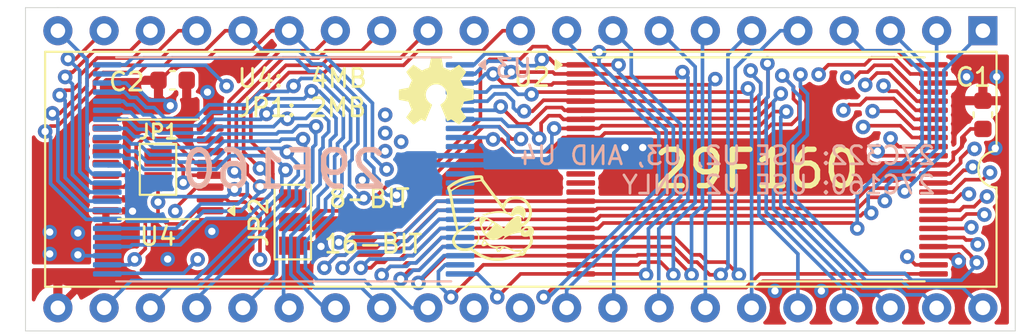
<source format=kicad_pcb>
(kicad_pcb
	(version 20240108)
	(generator "pcbnew")
	(generator_version "8.0")
	(general
		(thickness 1.6)
		(legacy_teardrops no)
	)
	(paper "A4")
	(layers
		(0 "F.Cu" signal)
		(1 "In1.Cu" signal)
		(2 "In2.Cu" signal)
		(31 "B.Cu" signal)
		(32 "B.Adhes" user "B.Adhesive")
		(33 "F.Adhes" user "F.Adhesive")
		(34 "B.Paste" user)
		(35 "F.Paste" user)
		(36 "B.SilkS" user "B.Silkscreen")
		(37 "F.SilkS" user "F.Silkscreen")
		(38 "B.Mask" user)
		(39 "F.Mask" user)
		(40 "Dwgs.User" user "User.Drawings")
		(41 "Cmts.User" user "User.Comments")
		(42 "Eco1.User" user "User.Eco1")
		(43 "Eco2.User" user "User.Eco2")
		(44 "Edge.Cuts" user)
		(45 "Margin" user)
		(46 "B.CrtYd" user "B.Courtyard")
		(47 "F.CrtYd" user "F.Courtyard")
		(48 "B.Fab" user)
		(49 "F.Fab" user)
		(50 "User.1" user)
		(51 "User.2" user)
		(52 "User.3" user)
		(53 "User.4" user)
		(54 "User.5" user)
		(55 "User.6" user)
		(56 "User.7" user)
		(57 "User.8" user)
		(58 "User.9" user)
	)
	(setup
		(stackup
			(layer "F.SilkS"
				(type "Top Silk Screen")
			)
			(layer "F.Paste"
				(type "Top Solder Paste")
			)
			(layer "F.Mask"
				(type "Top Solder Mask")
				(thickness 0.01)
			)
			(layer "F.Cu"
				(type "copper")
				(thickness 0.035)
			)
			(layer "dielectric 1"
				(type "prepreg")
				(thickness 0.1)
				(material "FR4")
				(epsilon_r 4.5)
				(loss_tangent 0.02)
			)
			(layer "In1.Cu"
				(type "copper")
				(thickness 0.035)
			)
			(layer "dielectric 2"
				(type "core")
				(thickness 1.24)
				(material "FR4")
				(epsilon_r 4.5)
				(loss_tangent 0.02)
			)
			(layer "In2.Cu"
				(type "copper")
				(thickness 0.035)
			)
			(layer "dielectric 3"
				(type "prepreg")
				(thickness 0.1)
				(material "FR4")
				(epsilon_r 4.5)
				(loss_tangent 0.02)
			)
			(layer "B.Cu"
				(type "copper")
				(thickness 0.035)
			)
			(layer "B.Mask"
				(type "Bottom Solder Mask")
				(thickness 0.01)
			)
			(layer "B.Paste"
				(type "Bottom Solder Paste")
			)
			(layer "B.SilkS"
				(type "Bottom Silk Screen")
			)
			(copper_finish "ENIG")
			(dielectric_constraints no)
			(edge_connector bevelled)
		)
		(pad_to_mask_clearance 0)
		(allow_soldermask_bridges_in_footprints no)
		(pcbplotparams
			(layerselection 0x00010fc_ffffffff)
			(plot_on_all_layers_selection 0x0000000_00000000)
			(disableapertmacros no)
			(usegerberextensions no)
			(usegerberattributes yes)
			(usegerberadvancedattributes yes)
			(creategerberjobfile yes)
			(dashed_line_dash_ratio 12.000000)
			(dashed_line_gap_ratio 3.000000)
			(svgprecision 4)
			(plotframeref no)
			(viasonmask no)
			(mode 1)
			(useauxorigin no)
			(hpglpennumber 1)
			(hpglpenspeed 20)
			(hpglpendiameter 15.000000)
			(pdf_front_fp_property_popups yes)
			(pdf_back_fp_property_popups yes)
			(dxfpolygonmode yes)
			(dxfimperialunits yes)
			(dxfusepcbnewfont yes)
			(psnegative no)
			(psa4output no)
			(plotreference yes)
			(plotvalue yes)
			(plotfptext yes)
			(plotinvisibletext no)
			(sketchpadsonfab no)
			(subtractmaskfromsilk no)
			(outputformat 1)
			(mirror no)
			(drillshape 1)
			(scaleselection 1)
			(outputdirectory "")
		)
	)
	(net 0 "")
	(net 1 "/~{CE1}")
	(net 2 "/~{CE}")
	(net 3 "+5V")
	(net 4 "/A20")
	(net 5 "/D4")
	(net 6 "GND")
	(net 7 "/D2")
	(net 8 "/A6")
	(net 9 "/A8")
	(net 10 "/A2")
	(net 11 "/D11")
	(net 12 "/A13")
	(net 13 "/D9")
	(net 14 "/D15")
	(net 15 "/A10")
	(net 16 "/A5")
	(net 17 "/D5")
	(net 18 "/A19")
	(net 19 "/A11")
	(net 20 "/A18")
	(net 21 "/D13")
	(net 22 "/D0")
	(net 23 "/A1")
	(net 24 "/D7")
	(net 25 "/D12")
	(net 26 "/A4")
	(net 27 "/A0")
	(net 28 "/D8")
	(net 29 "/A16")
	(net 30 "/A9")
	(net 31 "/A12")
	(net 32 "/~{OE}")
	(net 33 "/D6")
	(net 34 "/D3")
	(net 35 "/D1")
	(net 36 "/A17")
	(net 37 "/D14")
	(net 38 "/D10")
	(net 39 "/A3")
	(net 40 "/A14")
	(net 41 "/A7")
	(net 42 "/A15")
	(net 43 "unconnected-(U2-NC-Pad14)")
	(net 44 "unconnected-(U2-R~{B}-Pad15)")
	(net 45 "unconnected-(U2-NC-Pad13)")
	(net 46 "unconnected-(U2-NC-Pad10)")
	(net 47 "unconnected-(U3-R~{B}-Pad15)")
	(net 48 "unconnected-(U3-NC-Pad14)")
	(net 49 "unconnected-(U3-NC-Pad13)")
	(net 50 "/~{CE2}")
	(net 51 "unconnected-(U3-NC-Pad10)")
	(net 52 "unconnected-(U4A-O2-Pad6)")
	(net 53 "unconnected-(U4B-O3-Pad9)")
	(net 54 "unconnected-(U4A-O3-Pad7)")
	(net 55 "unconnected-(U4B-O1-Pad11)")
	(net 56 "unconnected-(U4B-O0-Pad12)")
	(net 57 "unconnected-(U4B-O2-Pad10)")
	(net 58 "/~{BYTE}")
	(footprint "Capacitor_SMD:C_0603_1608Metric" (layer "F.Cu") (at 223.52 96.065 90))
	(footprint "Package_SO:TSOP-I-48_18.4x12mm_P0.5mm" (layer "F.Cu") (at 211.12 99.065))
	(footprint "LOGO" (layer "F.Cu") (at 196.5 101.75))
	(footprint "Package_SO:TSSOP-16_4.4x5mm_P0.65mm" (layer "F.Cu") (at 178.22 99.065 180))
	(footprint "Package_DIP:DIP-42_W15.24mm" (layer "F.Cu") (at 223.52 91.44 -90))
	(footprint "Jumper:SolderJumper-2_P1.3mm_Open_Pad1.0x1.5mm" (layer "F.Cu") (at 178.22 99.065 90))
	(footprint "LOGO" (layer "F.Cu") (at 193.5 94.75))
	(footprint "Capacitor_SMD:C_0603_1608Metric" (layer "F.Cu") (at 179.02 94.165 180))
	(footprint "Jumper:SolderJumper-3_P1.3mm_Open_Pad1.0x1.5mm" (layer "F.Cu") (at 185.62 101.965 90))
	(footprint "Package_SO:TSOP-I-48_18.4x12mm_P0.5mm" (layer "B.Cu") (at 185.12 99.065 180))
	(gr_line
		(start 225.298 107.95)
		(end 225.298 90.17)
		(stroke
			(width 0.05)
			(type default)
		)
		(layer "Edge.Cuts")
		(uuid "2d234e7f-6d17-409a-864f-f498dd2e8ca3")
	)
	(gr_line
		(start 170.942 90.17)
		(end 170.942 107.95)
		(stroke
			(width 0.05)
			(type default)
		)
		(layer "Edge.Cuts")
		(uuid "65b800e3-a473-41e0-9bb8-6fabd8821dfd")
	)
	(gr_line
		(start 172.72 90.17)
		(end 170.942 90.17)
		(stroke
			(width 0.05)
			(type default)
		)
		(layer "Edge.Cuts")
		(uuid "6e62c4ef-5d69-45b3-891d-7f14a31d98b4")
	)
	(gr_line
		(start 170.942 107.95)
		(end 225.298 107.95)
		(stroke
			(width 0.05)
			(type default)
		)
		(layer "Edge.Cuts")
		(uuid "a39ce165-735d-4861-8bfa-71d871ea6226")
	)
	(gr_line
		(start 225.298 90.17)
		(end 172.72 90.17)
		(stroke
			(width 0.05)
			(type default)
		)
		(layer "Edge.Cuts")
		(uuid "f4ccb4b1-34f1-429a-852c-bcc046f5a65e")
	)
	(gr_text "29F160"
		(at 185.125 99.075 0)
		(layer "B.SilkS")
		(uuid "17db9b40-3b15-49d1-aebd-0e86aecbe527")
		(effects
			(font
				(size 2 2)
				(thickness 0.3)
			)
			(justify mirror)
		)
	)
	(gr_text "27C322: USE U2, U3, AND U4\n27C160: USE U2 ONLY"
		(at 221 100.5 0)
		(layer "B.SilkS")
		(uuid "21eac1e6-2075-441a-9e35-1ba74b5d55f7")
		(effects
			(font
				(size 1 1)
				(thickness 0.15)
			)
			(justify left bottom mirror)
		)
	)
	(gr_text " 8-BIT"
		(at 186.75 101.25 0)
		(layer "F.SilkS")
		(uuid "231066ba-f2b2-471e-9b18-da7e6988dc17")
		(effects
			(font
				(size 1 1)
				(thickness 0.15)
			)
			(justify left bottom)
		)
	)
	(gr_text "U4:  4MB\nJP1: 2MB"
		(at 182.5 96.25 0)
		(layer "F.SilkS")
		(uuid "83148d3b-bcd5-406e-adc8-7f14bc60fd69")
		(effects
			(font
				(size 1 1)
				(thickness 0.15)
			)
			(justify left bottom)
		)
	)
	(gr_text "16-BIT"
		(at 187.25 103.75 0)
		(layer "F.SilkS")
		(uuid "871bf2c8-98fa-4f33-8833-5bfd04b775ef")
		(effects
			(font
				(size 1 1)
				(thickness 0.15)
			)
			(justify left bottom)
		)
	)
	(gr_text "29F160"
		(at 211.1 99.05 0)
		(layer "F.SilkS")
		(uuid "ef8d07ed-606f-4323-a816-19cb7a5dc030")
		(effects
			(font
				(size 2 2)
				(thickness 0.3)
			)
		)
	)
	(gr_text "v1.0"
		(at 173.75 101.3 90)
		(layer "F.Mask")
		(uuid "d617c913-3266-4d77-be93-1cbcb8d83242")
		(effects
			(font
				(size 1 1)
				(thickness 0.15)
			)
			(justify left bottom)
		)
	)
	(segment
		(start 180.005049 99.39)
		(end 179.604541 99.790508)
		(width 0.2)
		(layer "F.Cu")
		(net 1)
		(uuid "278a9739-5c0d-413a-a199-6eb3fa04bbf9")
	)
	(segment
		(start 179.604541 99.790508)
		(end 179.604541 98.949541)
		(width 0.2)
		(layer "F.Cu")
		(net 1)
		(uuid "6b8b81c2-16f0-4577-b891-46e955ff8cd9")
	)
	(segment
		(start 181.0825 99.39)
		(end 180.005049 99.39)
		(width 0.2)
		(layer "F.Cu")
		(net 1)
		(uuid "6de72317-4ba8-4fef-890b-809eb78ae9b3")
	)
	(segment
		(start 179.604541 98.949541)
		(end 179.07 98.415)
		(width 0.2)
		(layer "F.Cu")
		(net 1)
		(uuid "969e8012-7574-4641-93db-212bf34ba05c")
	)
	(segment
		(start 179.07 98.415)
		(end 178.22 98.415)
		(width 0.2)
		(layer "F.Cu")
		(net 1)
		(uuid "96eb9778-de08-40d3-b33d-5b45d3f7f34c")
	)
	(segment
		(start 219.82 104.315)
		(end 220.8075 104.315)
		(width 0.2)
		(layer "F.Cu")
		(net 1)
		(uuid "9817bcdd-b7c0-4bc3-852c-315be57f1090")
	)
	(segment
		(start 219.37 103.865)
		(end 219.82 104.315)
		(width 0.2)
		(layer "F.Cu")
		(net 1)
		(uuid "9964c54e-f13a-46c9-bddc-0d6edf19cbee")
	)
	(segment
		(start 179.604541 99.790508)
		(end 179.604541 99.480459)
		(width 0.2)
		(layer "F.Cu")
		(net 1)
		(uuid "e90defca-75d1-4651-a742-7209368b0836")
	)
	(via
		(at 179.604541 99.790508)
		(size 0.8)
		(drill 0.4)
		(layers "F.Cu" "B.Cu")
		(net 1)
		(uuid "0bc9346d-31a7-4bf3-acb3-b5bea8c0ea46")
	)
	(via
		(at 219.37 103.865)
		(size 0.8)
		(drill 0.4)
		(layers "F.Cu" "B.Cu")
		(net 1)
		(uuid "578d4cf5-867b-43f7-8c85-d69793391196")
	)
	(segment
		(start 195.617942 104.515)
		(end 193.679079 104.515)
		(width 0.2)
		(layer "In2.Cu")
		(net 1)
		(uuid "13a1a254-99bf-4383-bebe-970423b74b55")
	)
	(segment
		(start 215.502942 105.05)
		(end 214.617942 104.165)
		(width 0.2)
		(layer "In2.Cu")
		(net 1)
		(uuid "2d0f0b6a-5250-4ee4-859b-71b9f2fff79e")
	)
	(segment
		(start 203.762725 104.9)
		(end 196.002945 104.9)
		(width 0.2)
		(layer "In2.Cu")
		(net 1)
		(uuid "33bb4cd3-109b-4a30-8cbe-7620f57a5d55")
	)
	(segment
		(start 181.058879 99.790508)
		(end 179.604541 99.790508)
		(width 0.2)
		(layer "In2.Cu")
		(net 1)
		(uuid "434164b4-d898-435a-a84b-a095d744917e")
	)
	(segment
		(start 191.62908 102.465)
		(end 190.522944 102.465)
		(width 0.2)
		(layer "In2.Cu")
		(net 1)
		(uuid "50a9ee4d-cad8-4b2b-8523-f29de0adce45")
	)
	(segment
		(start 193.679079 104.515)
		(end 191.62908 102.465)
		(width 0.2)
		(layer "In2.Cu")
		(net 1)
		(uuid "51c102a1-9958-42f8-b976-942563933fe2")
	)
	(segment
		(start 196.002945 104.9)
		(end 195.617942 104.515)
		(width 0.2)
		(layer "In2.Cu")
		(net 1)
		(uuid "5affaf4f-d39b-46e8-8fe0-07dcef729608")
	)
	(segment
		(start 184.108456 100.861565)
		(end 182.129936 100.861565)
		(width 0.2)
		(layer "In2.Cu")
		(net 1)
		(uuid "619562e8-f5a3-4771-b3a4-13ce0e57431c")
	)
	(segment
		(start 188.149314 100.865)
		(end 184.111891 100.865)
		(width 0.2)
		(layer "In2.Cu")
		(net 1)
		(uuid "6e48b3e2-93d6-4e4a-9742-f86b92add94b")
	)
	(segment
		(start 190.522944 102.465)
		(end 189.807944 101.75)
		(width 0.2)
		(layer "In2.Cu")
		(net 1)
		(uuid "7c0d4a7f-90b5-4fd9-a817-73e32123947b")
	)
	(segment
		(start 214.617942 104.165)
		(end 204.497727 104.165)
		(width 0.2)
		(layer "In2.Cu")
		(net 1)
		(uuid "8072849b-64aa-438b-8cc7-06c9c844bb5f")
	)
	(segment
		(start 182.129936 100.861565)
		(end 181.058879 99.790508)
		(width 0.2)
		(layer "In2.Cu")
		(net 1)
		(uuid "9257eb5e-49f9-461f-96df-6fb607aaca87")
	)
	(segment
		(start 217.701412 105.05)
		(end 215.502942 105.05)
		(width 0.2)
		(layer "In2.Cu")
		(net 1)
		(uuid "a6a4b7be-32ea-41ca-a806-2e4bacbd2ffa")
	)
	(segment
		(start 189.807944 101.75)
		(end 189.034314 101.75)
		(width 0.2)
		(layer "In2.Cu")
		(net 1)
		(uuid "b1f3ed47-2cf4-4445-aaca-06b2215097c3")
	)
	(segment
		(start 219.37 103.865)
		(end 218.886411 103.865)
		(width 0.2)
		(layer "In2.Cu")
		(net 1)
		(uuid "bd295ac0-76f7-4a69-8a15-d62a66cb920a")
	)
	(segment
		(start 204.497727 104.165)
		(end 203.762725 104.9)
		(width 0.2)
		(layer "In2.Cu")
		(net 1)
		(uuid "bf9e264d-471d-4817-9837-635ca8203563")
	)
	(segment
		(start 218.886411 103.865)
		(end 217.701412 105.05)
		(width 0.2)
		(layer "In2.Cu")
		(net 1)
		(uuid "d8e87afe-3cc2-45cd-8440-6945f67daf24")
	)
	(segment
		(start 189.034314 101.75)
		(end 188.149314 100.865)
		(width 0.2)
		(layer "In2.Cu")
		(net 1)
		(uuid "ef52ae66-dd60-46ae-a57f-9355d351b50d")
	)
	(segment
		(start 184.111891 100.865)
		(end 184.108456 100.861565)
		(width 0.2)
		(layer "In2.Cu")
		(net 1)
		(uuid "f2886bb2-9bb2-4129-b56b-0771071dd314")
	)
	(segment
		(start 178.22 99.715)
		(end 178.77 99.715)
		(width 0.2)
		(layer "F.Cu")
		(net 2)
		(uuid "08798e0d-f0c3-451f-8501-49d0b7beb875")
	)
	(segment
		(start 181.0825 101.34)
		(end 181.1075 101.365)
		(width 0.2)
		(layer "F.Cu")
		(net 2)
		(uuid "09b74b0d-db09-4837-96ea-120822148e4e")
	)
	(segment
		(start 184.52758 99.31253)
		(end 184.52 99.30495)
		(width 0.2)
		(layer "F.Cu")
		(net 2)
		(uuid "2ac03be7-23ca-4a25-b4aa-765bbe1ee1c0")
	)
	(segment
		(start 178.22 101.565)
		(end 178.72 102.065)
		(width 0.2)
		(layer "F.Cu")
		(net 2)
		(uuid "3081ef11-5bd3-44a3-84e5-798c88ab7714")
	)
	(segment
		(start 179.57 102.065)
		(end 180.295 101.34)
		(width 0.2)
		(layer "F.Cu")
		(net 2)
		(uuid "40d681d4-5804-4709-8b17-e9b076b0352e")
	)
	(segment
		(start 187.357058 93.74)
		(end 187.757058 93.34)
		(width 0.2)
		(layer "F.Cu")
		(net 2)
		(uuid "44652bf8-a580-4532-b411-b89b1f7cb583")
	)
	(segment
		(start 178.22 100.865)
		(end 178.22 99.715)
		(width 0.2)
		(layer "F.Cu")
		(net 2)
		(uuid "4cf845a8-181f-4df7-8bd8-96a785e893c3")
	)
	(segment
		(start 182.723321 100.465)
		(end 183.171114 100.465)
		(width 0.2)
		(layer "F.Cu")
		(net 2)
		(uuid "579a25b0-a202-4041-9383-89bf847c0a6a")
	)
	(segment
		(start 178.72 102.065)
		(end 179.57 102.065)
		(width 0.2)
		(layer "F.Cu")
		(net 2)
		(uuid "5a67a762-d982-4e9a-beb9-dd865295a3a5")
	)
	(segment
		(start 187.757058 93.34)
		(end 191.705686 93.34)
		(width 0.2)
		(layer "F.Cu")
		(net 2)
		(uuid "5c8fa252-05dd-4825-9846-b02eb56a1736")
	)
	(segment
		(start 183.171114 100.465)
		(end 183.421117 100.715003)
		(width 0.2)
		(layer "F.Cu")
		(net 2)
		(uuid "5d880ff7-cb87-48ce-aac2-16abee851ca7")
	)
	(segment
		(start 197.145 91.44)
		(end 198.12 91.44)
		(width 0.2)
		(layer "F.Cu")
		(net 2)
		(uuid "62d0ea04-9ea4-47cc-8008-d2dad068fdfe")
	)
	(segment
		(start 183.32 95.830687)
		(end 185.410687 93.74)
		(width 0.2)
		(layer "F.Cu")
		(net 2)
		(uuid "6c3751b8-64be-4d09-b032-cd4261b56258")
	)
	(segment
		(start 183.32 97.52505)
		(end 183.32 95.830687)
		(width 0.2)
		(layer "F.Cu")
		(net 2)
		(uuid "75fe3bda-3339-4dd5-bd1c-564dd26c4447")
	)
	(segment
		(start 184.52 98.72505)
		(end 183.32 97.52505)
		(width 0.2)
		(layer "F.Cu")
		(net 2)
		(uuid "79968591-5e99-4223-ad41-91d89f079a99")
	)
	(segment
		(start 182.419886 100.161565)
		(end 182.723321 100.465)
		(width 0.2)
		(layer "F.Cu")
		(net 2)
		(uuid "7a8d2827-e63b-4cc5-bb77-5e5383c45836")
	)
	(segment
		(start 184.52 99.30495)
		(end 184.52 98.72505)
		(width 0.2)
		(layer "F.Cu")
		(net 2)
		(uuid "84067343-e5d7-4eb3-8c4c-673e78e5b915")
	)
	(segment
		(start 180.295 101.34)
		(end 181.0825 101.34)
		(width 0.2)
		(layer "F.Cu")
		(net 2)
		(uuid "9a37e7aa-c88c-4d6c-a7cd-6048a047c945")
	)
	(segment
		(start 178.22 100.865)
		(end 178.22 101.565)
		(width 0.2)
		(layer "F.Cu")
		(net 2)
		(uuid "a2331c21-e241-430f-a155-8a279f81a9d1")
	)
	(segment
		(start 184.11753 100.715003)
		(end 184.52758 100.304953)
		(width 0.2)
		(layer "F.Cu")
		(net 2)
		(uuid "cd040160-8064-4099-8f9a-35813005189f")
	)
	(segment
		(start 185.410687 93.74)
		(end 187.357058 93.74)
		(width 0.2)
		(layer "F.Cu")
		(net 2)
		(uuid "dfa65b93-24b2-427d-ac9a-48e8b684aa56")
	)
	(segment
		(start 191.705686 93.34)
		(end 192.505686 92.54)
		(width 0.2)
		(layer "F.Cu")
		(net 2)
		(uuid "eb3e9ab6-31d1-4b84-aec4-64e443b4a11e")
	)
	(segment
		(start 192.505686 92.54)
		(end 196.045 92.54)
		(width 0.2)
		(layer "F.Cu")
		(net 2)
		(uuid "ec8514c8-5261-47ad-890e-d58bdb18b44e")
	)
	(segment
		(start 196.045 92.54)
		(end 197.145 91.44)
		(width 0.2)
		(layer "F.Cu")
		(net 2)
		(uuid "ecebac90-56dd-4cfb-9951-cc0d5cd3bd82")
	)
	(segment
		(start 184.52758 100.304953)
		(end 184.52758 99.31253)
		(width 0.2)
		(layer "F.Cu")
		(net 2)
		(uuid "fa68f514-356c-4be4-9960-f0fc691010c7")
	)
	(segment
		(start 183.421117 100.715003)
		(end 184.11753 100.715003)
		(width 0.2)
		(layer "F.Cu")
		(net 2)
		(uuid "fbe4406f-fdb8-4abd-a7c2-89f53e5910b8")
	)
	(via
		(at 182.419886 100.161565)
		(size 0.8)
		(drill 0.4)
		(layers "F.Cu" "B.Cu")
		(net 2)
		(uuid "4f809c71-6d90-4eb1-9f81-497e5993f7ce")
	)
	(via
		(at 178.22 100.865)
		(size 0.8)
		(drill 0.4)
		(layers "F.Cu" "B.Cu")
		(net 2)
		(uuid "a195874a-5179-40af-9518-2310c9f9a6e5")
	)
	(segment
		(start 178.22 100.865)
		(end 178.52 100.565)
		(width 0.2)
		(layer "B.Cu")
		(net 2)
		(uuid "a043977a-f513-43ae-8c49-c80f2bc2818d")
	)
	(segment
		(start 182.016451 100.565)
		(end 182.419886 100.161565)
		(width 0.2)
		(layer "B.Cu")
		(net 2)
		(uuid "eb4b4ab2-67f0-44ce-a431-a929e2faebea")
	)
	(segment
		(start 178.52 100.565)
		(end 182.016451 100.565)
		(width 0.2)
		(layer "B.Cu")
		(net 2)
		(uuid "ec513189-7bba-4bc4-be72-e861d7037488")
	)
	(segment
		(start 176.52 101.165)
		(end 176.52 100.565)
		(width 0.2)
		(layer "F.Cu")
		(net 3)
		(uuid "02414cdf-692e-4881-9b6a-4262fb0bcc83")
	)
	(segment
		(start 184.91 105.175)
		(end 175.33 105.175)
		(width 0.2)
		(layer "F.Cu")
		(net 3)
		(uuid "07b6d5cd-003b-424b-89df-bc5d93f3250f")
	)
	(segment
		(start 203.62 97.865)
		(end 203.17 98.315)
		(width 0.2)
		(layer "F.Cu")
		(net 3)
		(uuid "11beccfa-e68b-4dab-8a60-76e3b0bd07c1")
	)
	(segment
		(start 176.52 97.699315)
		(end 176.52 99.365)
		(width 0.2)
		(layer "F.Cu")
		(net 3)
		(uuid "23f608db-fdb0-4213-8b94-f0663fa65602")
	)
	(segment
		(start 220.8075 98.815)
		(end 221.62741 98.815)
		(width 0.2)
		(layer "F.Cu")
		(net 3)
		(uuid "25289656-f160-4ceb-a76a-26bace8b8aee")
	)
	(segment
		(start 185.62 103.265)
		(end 185.92 103.565)
		(width 0.2)
		(layer "F.Cu")
		(net 3)
		(uuid "275b728b-0155-4301-a94d-845905fc4b95")
	)
	(segment
		(start 179.595125 95.85495)
		(end 178.585075 96.865)
		(width 0.2)
		(layer "F.Cu")
		(net 3)
		(uuid "2829ce37-c035-4af4-bd68-132d587ef435")
	)
	(segment
		(start 222.37 97.315)
		(end 222.845 96.84)
		(width 0.2)
		(layer "F.Cu")
		(net 3)
		(uuid "284a1c85-7837-4fb5-a90a-19430cea6d74")
	)
	(segment
		(start 174.325 105.075)
		(end 174.7775 104.6225)
		(width 0.2)
		(layer "F.Cu")
		(net 3)
		(uuid "3012e29b-56b6-498f-8b87-b9c1da196bb0")
	)
	(segment
		(start 222.845 96.84)
		(end 223.52 96.84)
		(width 0.2)
		(layer "F.Cu")
		(net 3)
		(uuid "355768b8-a6cc-413a-9452-c09e4f229e51")
	)
	(segment
		(start 187.171672 103.303278)
		(end 187.133394 103.265)
		(width 0.2)
		(layer "F.Cu")
		(net 3)
		(uuid "43acca4c-53ff-4eca-9d3c-772abddebbaf")
	)
	(segment
		(start 179.795 94.165)
		(end 179.795 95.055)
		(width 0.2)
		(layer "F.Cu")
		(net 3)
		(uuid "446b9fc5-e88d-44b1-83b6-918321299914")
	)
	(segment
		(start 179.595125 95.254875)
		(end 179.595125 95.85495)
		(width 0.2)
		(layer "F.Cu")
		(net 3)
		(uuid "4c2f04e4-9578-428e-9d0a-bd616f821236")
	)
	(segment
		(start 185.62 104.465)
		(end 184.91 105.175)
		(width 0.2)
		(layer "F.Cu")
		(net 3)
		(uuid "5d792ed2-b349-46da-b39a-b696028c9aa3")
	)
	(segment
		(start 203.17 98.315)
		(end 201.4325 98.315)
		(width 0.2)
		(layer "F.Cu")
		(net 3)
		(uuid "5fee9e39-6a3c-48cf-8543-3d04ab2bb112")
	)
	(segment
		(start 202.914997 98.815)
		(end 201.4325 98.815)
		(width 0.2)
		(layer "F.Cu")
		(net 3)
		(uuid "696326cd-06e4-457a-83f1-d3abca90c93c")
	)
	(segment
		(start 175.3575 101.34)
		(end 176.345 101.34)
		(width 0.2)
		(layer "F.Cu")
		(net 3)
		(uuid "6a5057c7-b80c-46f5-8ac9-4e05f0251e26")
	)
	(segment
		(start 187.171672 103.780133)
		(end 187.063544 103.780133)
		(width 0.2)
		(layer "F.Cu")
		(net 3)
		(uuid "6e5b508e-7f3d-4a1a-93d8-3eae968ee4ec")
	)
	(segment
		(start 187.063544 103.780133)
		(end 186.653494 104.190183)
		(width 0.2)
		(layer "F.Cu")
		(net 3)
		(uuid "742c9bf2-650d-45a2-99f7-793ec2a05492")
	)
	(segment
		(start 176.345 101.34)
		(end 176.52 101.165)
		(width 0.2)
		(layer "F.Cu")
		(net 3)
		(uuid "83b151d8-7aec-48b3-9406-c556caa64ebb")
	)
	(segment
		(start 176.42 99.365)
		(end 176.395 99.39)
		(width 0.2)
		(layer "F.Cu")
		(net 3)
		(uuid "84149410-582a-422c-9fe0-4ee6299cb67b")
	)
	(segment
		(start 175.3575 100.04)
		(end 176.345 100.04)
		(width 0.2)
		(layer "F.Cu")
		(net 3)
		(uuid "88b79c6e-96af-491b-b6dc-b33f1ee80eab")
	)
	(segment
		(start 175.3575 100.69)
		(end 176.395 100.69)
		(width 0.2)
		(layer "F.Cu")
		(net 3)
		(uuid "8bef4373-98fc-4fad-85c1-d7a3e832399b")
	)
	(segment
		(start 177.354315 96.865)
		(end 176.52 97.699315)
		(width 0.2)
		(layer "F.Cu")
		(net 3)
		(uuid "8fa43a42-0411-46a9-81b4-42e84ff2a74b")
	)
	(segment
		(start 187.133394 103.265)
		(end 185.62 103.265)
		(width 0.2)
		(layer "F.Cu")
		(net 3)
		(uuid "919a4952-6178-4122-99d6-1c36e5bc2a11")
	)
	(segment
		(start 176.52 99.365)
		(end 176.42 99.365)
		(width 0.2)
		(layer "F.Cu")
		(net 3)
		(uuid "93ec9de7-2aa1-49a3-b4be-9974faa14654")
	)
	(segment
		(start 176.395 99.39)
		(end 175.3575 99.39)
		(width 0.2)
		(layer "F.Cu")
		(net 3)
		(uuid "94e89632-ee37-4423-8470-69a4955481a1")
	)
	(segment
		(start 176.345 100.04)
		(end 176.52 99.865)
		(width 0.2)
		(layer "F.Cu")
		(net 3)
		(uuid "a4e3246f-5e9e-4397-8286-75ec04b2fbea")
	)
	(segment
		(start 178.585075 96.865)
		(end 177.354315 96.865)
		(width 0.2)
		(layer "F.Cu")
		(net 3)
		(uuid "aaecd140-f2b5-472f-9024-f50233a8a0c6")
	)
	(segment
		(start 187.171672 103.303278)
		(end 187.171672 103.780133)
		(width 0.2)
		(layer "F.Cu")
		(net 3)
		(uuid "ab196c39-54b9-4d9c-8ac9-436dd99bf3a7")
	)
	(segment
		(start 186.653494 104.190183)
		(end 186.653494 104.5)
		(width 0.2)
		(layer "F.Cu")
		(net 3)
		(uuid "b48de6b4-b328-42cc-baf8-aaa6479903a6")
	)
	(segment
		(start 222.37 97.815)
		(end 222.37 97.315)
		(width 0.2)
		(layer "F.Cu")
		(net 3)
		(uuid "b69f16b9-d6d0-46c7-84cb-3316f82cb8d6")
	)
	(segment
		(start 221.895 98.54741)
		(end 221.895 98.29)
		(width 0.2)
		(layer "F.Cu")
		(net 3)
		(uuid "c4907619-30cc-41c5-bc4d-88d0f5404c7f")
	)
	(segment
		(start 221.62741 98.815)
		(end 221.895 98.54741)
		(width 0.2)
		(layer "F.Cu")
		(net 3)
		(uuid "cf193dd3-ffd6-4f56-acf6-ba4d5bf5442b")
	)
	(segment
		(start 185.62 103.265)
		(end 185.62 104.465)
		(width 0.2)
		(layer "F.Cu")
		(net 3)
		(uuid "d3b05253-74fa-4cc8-8052-c9dc26084f05")
	)
	(segment
		(start 176.52 99.865)
		(end 176.52 99.365)
		(width 0.2)
		(layer "F.Cu")
		(net 3)
		(uuid "d8db28a0-bcc2-4e66-958c-0b8a77463a9a")
	)
	(segment
		(start 185.92 103.465)
		(end 185.92 103.265)
		(width 0.2)
		(layer "F.Cu")
		(net 3)
		(uuid "d91b1af8-7ff7-42c9-b433-b2b0f8a6437a")
	)
	(segment
		(start 179.795 95.055)
		(end 179.595125 95.254875)
		(width 0.2)
		(layer "F.Cu")
		(net 3)
		(uuid "dddb153f-dc9b-49b3-9db2-18e925d94821")
	)
	(segment
		(start 176.52 102.88)
		(end 176.52 101.165)
		(width 0.2)
		(layer "F.Cu")
		(net 3)
		(uuid "e46aa5a0-3a9a-4150-828a-47802fe5fc5f")
	)
	(segment
		(start 176.395 100.69)
		(end 176.52 100.565)
		(width 0.2)
		(layer "F.Cu")
		(net 3)
		(uuid "ea12ba20-c1a9-4786-9fb1-473c14f55a11")
	)
	(segment
		(start 174.7775 104.6225)
		(end 176.52 102.88)
		(width 0.2)
		(layer "F.Cu")
		(net 3)
		(uuid "efe9af40-8abd-4379-8ddc-42e701c207f9")
	)
	(segment
		(start 221.895 98.29)
		(end 222.37 97.815)
		(width 0.2)
		(layer "F.Cu")
		(net 3)
		(uuid "f0919d5b-2073-4346-86a2-8321c7c436b4")
	)
	(segment
		(start 176.52 100.565)
		(end 176.52 99.865)
		(width 0.2)
		(layer "F.Cu")
		(net 3)
		(uuid "f36b9548-c298-4cee-93ee-9fe760508ed1")
	)
	(segment
		(start 175.33 105.175)
		(end 174.7775 104.6225)
		(width 0.2)
		(layer "F.Cu")
		(net 3)
		(uuid "f668444e-b3b1-4ee0-9adc-4fa1691407fc")
	)
	(segment
		(start 185.92 103.265)
		(end 185.92 103.565)
		(width 0.2)
		(layer "F.Cu")
		(net 3)
		(uuid "f6eb3595-7413-4cb2-be14-eecd83d402d1")
	)
	(segment
		(start 203.864997 97.865)
		(end 203.62 97.865)
		(width 0.2)
		(layer "F.Cu")
		(net 3)
		(uuid "fa7ae00b-b114-49a6-acad-c9a7180a20d3")
	)
	(segment
		(start 203.864997 97.865)
		(end 202.914997 98.815)
		(width 0.2)
		(layer "F.Cu")
		(net 3)
		(uuid "fc096710-2a71-4a3b-b917-9a733fbf486e")
	)
	(segment
		(start 172.72 106.68)
		(end 174.325 105.075)
		(width 0.4)
		(layer "F.Cu")
		(net 3)
		(uuid "fddad868-e298-4cff-b787-52802a5b3246")
	)
	(via
		(at 204.84 97.865)
		(size 0.8)
		(drill 0.4)
		(layers "F.Cu" "B.Cu")
		(net 3)
		(uuid "015de153-f7d9-4e36-8787-b567bbda231b")
	)
	(via
		(at 187.171672 103.303278)
		(size 0.8)
		(drill 0.4)
		(layers "F.Cu" "B.Cu")
		(net 3)
		(uuid "13e18a10-36a8-48b6-8751-82d41f98aaf4")
	)
	(via
		(at 176.82 101.365)
		(size 0.8)
		(drill 0.4)
		(layers "F.Cu" "B.Cu")
		(net 3)
		(uuid "38bce507-3735-47ad-8040-675f0045cb43")
	)
	(via
		(at 203.864997 97.865)
		(size 0.8)
		(drill 0.4)
		(layers "F.Cu" "B.Cu")
		(net 3)
		(uuid "7da3e862-7077-4e1a-8733-34f5202baf0c")
	)
	(segment
		(start 176.30241 98.865)
		(end 176.52 99.08259)
		(width 0.2)
		(layer "B.Cu")
		(net 3)
		(uuid "1591604e-7a23-4bf2-8387-e4e01513bdf9")
	)
	(segment
		(start 202.914997 98.815)
		(end 196.87 98.815)
		(width 0.2)
		(layer "B.Cu")
		(net 3)
		(uuid "2277c71f-a2a2-4398-b22d-d22ad7aab52d")
	)
	(segment
		(start 176.52 101.065)
		(end 176.82 101.365)
		(width 0.2)
		(layer "B.Cu")
		(net 3)
		(uuid "24fca7ff-be2e-4f2a-ab89-a68762378cff")
	)
	(segment
		(start 176.52 99.08259)
		(end 176.52 100.04741)
		(width 0.2)
		(layer "B.Cu")
		(net 3)
		(uuid "5286203f-beae-4830-ada7-c6ca8e0c2959")
	)
	(segment
		(start 203.864997 97.865)
		(end 202.914997 98.815)
		(width 0.2)
		(layer "B.Cu")
		(net 3)
		(uuid "5adef0a5-803c-4a9c-a0fc-de52f0945d6b")
	)
	(segment
		(start 196.37 98.315)
		(end 196.87 98.815)
		(width 0.2)
		(layer "B.Cu")
		(net 3)
		(uuid "5ec8f992-5005-47f5-95fe-d8ac20f319d8")
	)
	(segment
		(start 176.52 100.04741)
		(end 176.52 100.165)
		(width 0.2)
		(layer "B.Cu")
		(net 3)
		(uuid "715ded8b-6f7d-4353-8a08-1559636672f2")
	)
	(segment
		(start 176.52 100.165)
		(end 176.52 100.765)
		(width 0.2)
		(layer "B.Cu")
		(net 3)
		(uuid "7c224cbe-1abe-4b42-9f41-63466eb5286b")
	)
	(segment
		(start 194.8075 98.815)
		(end 196.87 98.815)
		(width 0.2)
		(layer "B.Cu")
		(net 3)
		(uuid "7f9c26ca-7d9b-4dad-abac-644ac315303c")
	)
	(segment
		(start 194.8075 98.315)
		(end 196.37 98.315)
		(width 0.2)
		(layer "B.Cu")
		(net 3)
		(uuid "84dfe09d-9429-43d7-80fc-eb6134764f8d")
	)
	(segment
		(start 176.52 100.765)
		(end 176.52 101.065)
		(width 0.2)
		(layer "B.Cu")
		(net 3)
		(uuid "8b1d35f1-6b09-4830-9542-dddd3e3fb636")
	)
	(segment
		(start 175.4825 98.865)
		(end 176.30241 98.865)
		(width 0.2)
		(layer "B.Cu")
		(net 3)
		(uuid "8d9b7cdd-7927-409f-bb18-daf8620a33f9")
	)
	(segment
		(start 175.4325 98.815)
		(end 175.4825 98.865)
		(width 0.2)
		(layer "B.Cu")
		(net 3)
		(uuid "e4f497b3-0645-4f5a-aa70-ac86b103a116")
	)
	(segment
		(start 204.84 97.865)
		(end 203.864997 97.865)
		(width 0.2)
		(layer "B.Cu")
		(net 3)
		(uuid "fadeda76-1f14-4c8b-bb9c-739df60f79eb")
	)
	(segment
		(start 182.129936 100.861565)
		(end 182.616565 100.861565)
		(width 0.2)
		(layer "F.Cu")
		(net 4)
		(uuid "1fb81e9c-dff4-4c13-ae34-2e7ed2577722")
	)
	(segment
		(start 181.0825 100.69)
		(end 181.958371 100.69)
		(width 0.2)
		(layer "F.Cu")
		(net 4)
		(uuid "3d03edc6-c19f-4900-9993-79feaf4400e1")
	)
	(segment
		(start 183.005429 100.865)
		(end 182.616565 100.865)
		(width 0.2)
		(layer "F.Cu")
		(net 4)
		(uuid "b0a4b9d2-7c27-46e0-ae80-49ef01f42b50")
	)
	(segment
		(start 183.819657 101.679228)
		(end 183.005429 100.865)
		(width 0.2)
		(layer "F.Cu")
		(net 4)
		(uuid "cba3cda7-2b10-4463-b71c-6ba39e49a253")
	)
	(segment
		(start 181.958371 100.69)
		(end 182.129936 100.861565)
		(width 0.2)
		(layer "F.Cu")
		(net 4)
		(uuid "e44ebf85-0d1b-43d9-af60-caf6a0a96211")
	)
	(segment
		(start 183.819657 104.029813)
		(end 183.819657 101.679228)
		(width 0.2)
		(layer "F.Cu")
		(net 4)
		(uuid "f78913c9-e9cc-451c-87d1-74f78f9e347e")
	)
	(via
		(at 183.819657 104.029813)
		(size 0.8)
		(drill 0.4)
		(layers "F.Cu" "B.Cu")
		(net 4)
		(uuid "1fa881d7-d53d-4121-9c88-8c925dc2a5ed")
	)
	(segment
		(start 188.435962 102.380962)
		(end 190.235 104.18)
		(width 0.2)
		(layer "In1.Cu")
		(net 4)
		(uuid "001cb236-fd6d-4853-85a0-473792e4afa2")
	)
	(segment
		(start 184.715773 103.512269)
		(end 185.97273 103.512269)
		(width 0.2)
		(layer "In1.Cu")
		(net 4)
		(uuid "0642cde4-c24c-44fb-a424-117393783af7")
	)
	(segment
		(start 190.235 104.18)
		(end 192.38 104.18)
		(width 0.2)
		(layer "In1.Cu")
		(net 4)
		(uuid "1b78e34e-8fbe-4777-9689-c256efac55d1")
	)
	(segment
		(start 198.12 106.265)
		(end 198.12 106.68)
		(width 0.2)
		(layer "In1.Cu")
		(net 4)
		(uuid "2dd5bee2-ad07-4bbe-9c26-32d68e055425")
	)
	(segment
		(start 192.38 104.18)
		(end 193.591955 105.391955)
		(width 0.2)
		(layer "In1.Cu")
		(net 4)
		(uuid "54f5c193-eecd-4135-97ae-51ab3c1bb535")
	)
	(segment
		(start 185.97273 103.512269)
		(end 187.104038 102.380962)
		(width 0.2)
		(layer "In1.Cu")
		(net 4)
		(uuid "a404cb52-9b3d-4b0f-8263-7546a4455872")
	)
	(segment
		(start 187.104038 102.380962)
		(end 188.435962 102.380962)
		(width 0.2)
		(layer "In1.Cu")
		(net 4)
		(uuid "b195b82b-30e0-4af5-9eaa-60736b104a2e")
	)
	(segment
		(start 197.246955 105.391955)
		(end 198.12 106.265)
		(width 0.2)
		(layer "In1.Cu")
		(net 4)
		(uuid "de53cf89-1202-4eff-9f50-907d4c362f1c")
	)
	(segment
		(start 184.198229 104.029813)
		(end 184.715773 103.512269)
		(width 0.2)
		(layer "In1.Cu")
		(net 4)
		(uuid "e4ccd0c5-baf1-4d58-8188-eed70113b068")
	)
	(segment
		(start 183.819657 104.029813)
		(end 184.198229 104.029813)
		(width 0.2)
		(layer "In1.Cu")
		(net 4)
		(uuid "e554dbc5-39cd-40aa-a6f0-80da6c274aec")
	)
	(segment
		(start 193.591955 105.391955)
		(end 197.246955 105.391955)
		(width 0.2)
		(layer "In1.Cu")
		(net 4)
		(uuid "fe926434-adc8-4374-8e63-d3a3debb8bba")
	)
	(segment
		(start 217.983276 98.315)
		(end 220.8075 98.315)
		(width 0.2)
		(layer "F.Cu")
		(net 5)
		(uuid "3404b870-c299-487e-89a2-b353bf152bdc")
	)
	(segment
		(start 217.736421 98.068145)
		(end 217.983276 98.315)
		(width 0.2)
		(layer "F.Cu")
		(net 5)
		(uuid "d7721566-f1b8-4e7c-82e2-9220a9b42108")
	)
	(via
		(at 217.736421 98.068145)
		(size 0.8)
		(drill 0.4)
		(layers "F.Cu" "B.Cu")
		(net 5)
		(uuid "bbb6c2bb-84d8-4aed-9bdc-33c65b50de68")
	)
	(via
		(at 185.22 99.100022)
		(size 0.8)
		(drill 0.4)
		(layers "F.Cu" "B.Cu")
		(net 5)
		(uuid "e40ddadf-122c-4af2-bdf7-028992730ba1")
	)
	(segment
		(start 195.170252 100.915)
		(end 197.146165 100.915)
		(width 0.2)
		(layer "In2.Cu")
		(net 5)
		(uuid "3afc9756-fae4-4c8a-88da-a05393c8bea2")
	)
	(segment
		(start 214.343086 100.565)
		(end 216.839941 98.068145)
		(width 0.2)
		(layer "In2.Cu")
		(net 5)
		(uuid "5f938877-5afd-4fdf-ab6c-54de7423670f")
	)
	(segment
		(start 197.508317 101.277151)
		(end 202.294406 101.277151)
		(width 0.2)
		(layer "In2.Cu")
		(net 5)
		(uuid "63f3fa50-f7ed-4421-b181-456de30ba99a")
	)
	(segment
		(start 188.395221 97.326419)
		(end 188.395221 96.840339)
		(width 0.2)
		(layer "In2.Cu")
		(net 5)
		(uuid "65456a56-1114-4e06-bb2d-10de2d323b7c")
	)
	(segment
		(start 189.87056 95.365)
		(end 191.52 95.365)
		(width 0.2)
		(layer "In2.Cu")
		(net 5)
		(uuid "6b5cc5a8-e834-4b06-9891-2d0026ecfb37")
	)
	(segment
		(start 185.516634 98.803388)
		(end 186.918252 98.803388)
		(width 0.2)
		(layer "In2.Cu")
		(net 5)
		(uuid "757da46d-5d26-42c9-a0ef-eb202b511c3c")
	)
	(segment
		(start 185.22 99.100022)
		(end 185.516634 98.803388)
		(width 0.2)
		(layer "In2.Cu")
		(net 5)
		(uuid "7c28b2c8-4787-4238-8de1-f3efa37fefea")
	)
	(segment
		(start 193.071471 98.816219)
		(end 195.170252 100.915)
		(width 0.2)
		(layer "In2.Cu")
		(net 5)
		(uuid "7f5258f2-59d4-4e9c-8e8e-48f9b40356da")
	)
	(segment
		(start 186.918252 98.803388)
		(end 188.395221 97.326419)
		(width 0.2)
		(layer "In2.Cu")
		(net 5)
		(uuid "9bbb3965-b5d9-4099-8677-03028246539f")
	)
	(segment
		(start 202.294406 101.277151)
		(end 203.006557 100.565)
		(width 0.2)
		(layer "In2.Cu")
		(net 5)
		(uuid "b2557a08-dc9b-4c11-a36b-fa042d67a189")
	)
	(segment
		(start 191.52 95.365)
		(end 193.071471 96.916471)
		(width 0.2)
		(layer "In2.Cu")
		(net 5)
		(uuid "ba3f3143-c4cd-43eb-8e4b-c8137435aaca")
	)
	(segment
		(start 203.006557 100.565)
		(end 214.343086 100.565)
		(width 0.2)
		(layer "In2.Cu")
		(net 5)
		(uuid "c2bbbd84-68c4-4064-a2e6-9fcf175567e0")
	)
	(segment
		(start 188.395221 96.840339)
		(end 189.87056 95.365)
		(width 0.2)
		(layer "In2.Cu")
		(net 5)
		(uuid "c877796e-fae1-4a7d-8f0c-029c29f4abdd")
	)
	(segment
		(start 197.146165 100.915)
		(end 197.508317 101.277151)
		(width 0.2)
		(layer "In2.Cu")
		(net 5)
		(uuid "cd230317-51d8-4ab7-8073-bc281a605b73")
	)
	(segment
		(start 193.071471 96.916471)
		(end 193.071471 98.816219)
		(width 0.2)
		(layer "In2.Cu")
		(net 5)
		(uuid "e34508d9-2154-46c9-8133-efc6994e85ad")
	)
	(segment
		(start 216.839941 98.068145)
		(end 217.736421 98.068145)
		(width 0.2)
		(layer "In2.Cu")
		(net 5)
		(uuid "faa3a138-ef28-469c-8824-4c958493ea95")
	)
	(segment
		(start 176.845375 98.465)
		(end 176.420003 98.465)
		(width 0.2)
		(layer "B.Cu")
		(net 5)
		(uuid "0494f39f-ca31-4e81-9999-67248db3b05c")
	)
	(segment
		(start 185.02 100.378218)
		(end 180.218218 105.18)
		(width 0.2)
		(layer "B.Cu")
		(net 5)
		(uuid "0e290b74-accb-4632-9480-61aa5cf11e27")
	)
	(segment
		(start 184.519199 98.315)
		(end 182.17 98.315)
		(width 0.2)
		(layer "B.Cu")
		(net 5)
		(uuid "41cf7349-e71c-44a0-9ad1-8b19ab710339")
	)
	(segment
		(start 181.42 99.065)
		(end 177.445376 99.065)
		(width 0.2)
		(layer "B.Cu")
		(net 5)
		(uuid "5051687a-2648-4d90-af1f-164ea7343464")
	)
	(segment
		(start 185.02 99.300022)
		(end 185.02 100.378218)
		(width 0.2)
		(layer "B.Cu")
		(net 5)
		(uuid "63bef147-391e-4618-a897-ea3adb84c8e0")
	)
	(segment
		(start 176.270003 98.315)
		(end 175.4325 98.315)
		(width 0.2)
		(layer "B.Cu")
		(net 5)
		(uuid "6d45475d-c954-4578-966d-3935fe37b30b")
	)
	(segment
		(start 182.17 98.315)
		(end 181.42 99.065)
		(width 0.2)
		(layer "B.Cu")
		(net 5)
		(uuid "6ed77df2-b0ab-4595-9b5d-920f394e7e6a")
	)
	(segment
		(start 176.420003 98.465)
		(end 176.270003 98.315)
		(width 0.2)
		(layer "B.Cu")
		(net 5)
		(uuid "704969b9-4126-4547-8603-d5be892390c7")
	)
	(segment
		(start 180.218218 105.18)
		(end 176.76 105.18)
		(width 0.2)
		(layer "B.Cu")
		(net 5)
		(uuid "b02d83b6-9945-43d9-a269-d684df36095f")
	)
	(segment
		(start 185.22 99.100022)
		(end 185.02 99.300022)
		(width 0.2)
		(layer "B.Cu")
		(net 5)
		(uuid "b87526f5-4f22-4265-9bdd-7f5dafb11d9b")
	)
	(segment
		(start 177.445376 99.065)
		(end 176.845375 98.465)
		(width 0.2)
		(layer "B.Cu")
		(net 5)
		(uuid "c6445ad2-f001-4820-a322-075bbe161e4c")
	)
	(segment
		(start 185.22 99.100022)
		(end 185.22 99.015801)
		(width 0.2)
		(layer "B.Cu")
		(net 5)
		(uuid "dc55cebb-0432-4655-9eb3-c138d993ab1e")
	)
	(segment
		(start 185.22 99.015801)
		(end 184.519199 98.315)
		(width 0.2)
		(layer "B.Cu")
		(net 5)
		(uuid "dc9cde3f-bb88-4aa0-8b91-775a57c5270f")
	)
	(segment
		(start 176.76 105.18)
		(end 175.26 106.68)
		(width 0.2)
		(layer "B.Cu")
		(net 5)
		(uuid "fff8aeff-f09e-452e-863e-c6889abe2dd1")
	)
	(segment
		(start 185.92 100.665)
		(end 184.97 100.665)
		(width 0.2)
		(layer "F.Cu")
		(net 6)
		(uuid "19bdea33-8960-45e2-8ad5-253b45c24d49")
	)
	(segment
		(start 221.62741 103.815)
		(end 220.8075 103.815)
		(width 0.2)
		(layer "F.Cu")
		(net 6)
		(uuid "2539e4e6-e9a4-4ce7-8431-aee934a511da")
	)
	(segment
		(start 179.12 101.409975)
		(end 179.164975 101.365)
		(width 0.2)
		(layer "F.Cu")
		(net 6)
		(uuid "26cd6bf2-3763-4c27-af8d-190dfb9da19d")
	)
	(segment
		(start 184.35 101.075)
		(end 184.35 101.936502)
		(width 0.2)
		(layer "F.Cu")
		(net 6)
		(uuid "33fe2cab-7df2-4813-bed5-1831bd9112ff")
	)
	(segment
		(start 178.327693 94.165)
		(end 179.152693 93.34)
		(width 0.2)
		(layer "F.Cu")
		(net 6)
		(uuid "3594dfab-9d5a-4d37-a5a7-26c39f92ecbb")
	)
	(segment
		(start 222.183865 104.11756)
		(end 221.92997 104.11756)
		(width 0.2)
		(layer "F.Cu")
		(net 6)
		(uuid "3858546b-2769-4e7d-80bc-28e3c8f42adf")
	)
	(segment
		(start 184.35 101.936502)
		(end 184.519249 102.105751)
		(width 0.2)
		(layer "F.Cu")
		(net 6)
		(uuid "42481676-3b1c-432c-96b3-12327efb591d")
	)
	(segment
		(start 179.152693 93.34)
		(end 180.193696 93.34)
		(width 0.2)
		(layer "F.Cu")
		(net 6)
		(uuid "527837f6-14c3-457c-9529-5e928814412e")
	)
	(segment
		(start 184.519249 104.320171)
		(end 184.109607 104.729813)
		(width 0.2)
		(layer "F.Cu")
		(net 6)
		(uuid "6dae8262-72e6-4632-893c-3d1836809f03")
	)
	(segment
		(start 178.245 94.165)
		(end 178.327693 94.165)
		(width 0.2)
		(layer "F.Cu")
		(net 6)
		(uuid "70e557df-eb4d-482d-99f8-a80c645ce4dd")
	)
	(segment
		(start 181.0825 95.280431)
		(end 181.0825 96.79)
		(width 0.2)
		(layer "F.Cu")
		(net 6)
		(uuid "72207357-50fe-48e3-b9ef-39ba0a494448")
	)
	(segment
		(start 180.344999 100.04)
		(end 179.12 101.264999)
		(width 0.2)
		(layer "F.Cu")
		(net 6)
		(uuid "7679584f-281d-455e-8ac1-c0c3bed2f03a")
	)
	(segment
		(start 178.245 94.914875)
		(end 178.245 94.165)
		(width 0.2)
		(layer "F.Cu")
		(net 6)
		(uuid "78f73f0e-b898-459c-b137-c5481b59811c")
	)
	(segment
		(start 179.12 101.465)
		(end 179.12 101.409975)
		(width 0.2)
		(layer "F.Cu")
		(net 6)
		(uuid "7cfe78b0-3b36-438d-a514-f00f889bdcc5")
	)
	(segment
		(start 184.109607 104.729813)
		(end 183.529813 104.729813)
		(width 0.2)
		(layer "F.Cu")
		(net 6)
		(uuid "8117af72-e563-4504-a5ca-eb2405a9224d")
	)
	(segment
		(start 178.895125 95.565)
		(end 178.245 94.914875)
		(width 0.2)
		(layer "F.Cu")
		(net 6)
		(uuid "958a714e-f71a-4f66-ad80-90e220ee5e62")
	)
	(segment
		(start 181.0825 100.04)
		(end 180.344999 100.04)
		(width 0.2)
		(layer "F.Cu")
		(net 6)
		(uuid "a04b313a-ce1c-4b28-aa27-57f65436f4fe")
	)
	(segment
		(start 221.92997 104.11756)
		(end 221.62741 103.815)
		(width 0.2)
		(layer "F.Cu")
		(net 6)
		(uuid "a866e82b-e587-45b1-ab04-6c1b27e3cd23")
	)
	(segment
		(start 180.545 93.691304)
		(end 180.545 94.742931)
		(width 0.2)
		(layer "F.Cu")
		(net 6)
		(uuid "aae5e643-90c4-47ec-9ad1-8ff7d9aa2012")
	)
	(segment
		(start 180.193696 93.34)
		(end 180.545 93.691304)
		(width 0.2)
		(layer "F.Cu")
		(net 6)
		(uuid "bf50e2fe-1c58-480e-a465-84b7ada5dab1")
	)
	(segment
		(start 181.25 102.45)
		(end 181.075 102.45)
		(width 0.2)
		(layer "F.Cu")
		(net 6)
		(uuid "c0859b9b-e7a7-4c0e-9c4c-e5378642d2bd")
	)
	(segment
		(start 184.76 100.665)
		(end 184.35 101.075)
		(width 0.2)
		(layer "F.Cu")
		(net 6)
		(uuid "d405db27-6765-480c-b663-a0b98c657e9d")
	)
	(segment
		(start 185.62 100.665)
		(end 184.76 100.665)
		(width 0.2)
		(layer "F.Cu")
		(net 6)
		(uuid "d930dba8-1b94-457c-b995-7bd36f31b7bd")
	)
	(segment
		(start 184.519249 102.105751)
		(end 184.519249 104.320171)
		(width 0.2)
		(layer "F.Cu")
		(net 6)
		(uuid "dccfe972-5259-4c70-9e36-c86770ea542b")
	)
	(segment
		(start 183.529813 104.729813)
		(end 181.25 102.45)
		(width 0.2)
		(layer "F.Cu")
		(net 6)
		(uuid "e5d7367b-5f11-4701-81a1-0350fbf09b63")
	)
	(segment
		(start 180.545 94.742931)
		(end 181.0825 95.280431)
		(width 0.2)
		(layer "F.Cu")
		(net 6)
		(uuid "e64309fa-9659-4261-a8fa-0b4003fc6696")
	)
	(segment
		(start 222.625 93.975)
		(end 222.285 94.315)
		(width 0.2)
		(layer "F.Cu")
		(net 6)
		(uuid "ebdc3ef7-7281-4479-8954-2705057d61b2")
	)
	(segment
		(start 222.285 94.315)
		(end 220.8075 94.315)
		(width 0.2)
		(layer "F.Cu")
		(net 6)
		(uuid "f61676bb-0697-43cf-923b-89c8cf3b45e8")
	)
	(segment
		(start 179.12 101.264999)
		(end 179.12 101.465)
		(width 0.2)
		(layer "F.Cu")
		(net 6)
		(uuid "fa506de1-8344-4b9b-b28e-f86fdf4e9781")
	)
	(via
		(at 214.65 105.75)
		(size 0.8)
		(drill 0.4)
		(layers "F.Cu" "B.Cu")
		(net 6)
		(uuid "24aaf3cb-6db2-4e58-a20b-16e2f9102ecd")
	)
	(via
		(at 222.625 93.975)
		(size 0.8)
		(drill 0.4)
		(layers "F.Cu" "B.Cu")
		(net 6)
		(uuid "2e7299ba-3e85-4d89-a391-c1ff3136050b")
	)
	(via
		(at 172.27 102.515)
		(size 0.8)
		(drill 0.4)
		(layers "F.Cu" "B.Cu")
		(net 6)
		(uuid "5eff8cdd-f2f9-45c3-a3a2-509dd097d5f3")
	)
	(via
		(at 172.27 103.715)
		(size 0.8)
		(drill 0.4)
		(layers "F.Cu" "B.Cu")
		(net 6)
		(uuid "62de767f-61d1-4fc3-841f-6937ec339729")
	)
	(via
		(at 180.936035 94.81894)
		(size 0.8)
		(drill 0.4)
		(layers "F.Cu" "B.Cu")
		(net 6)
		(uuid "67fbd3ac-a4e0-40a9-8a6b-acc8d68a7c0c")
	)
	(via
		(at 212.1 105.75)
		(size 0.8)
		(drill 0.4)
		(layers "F.Cu" "B.Cu")
		(net 6)
		(uuid "7ba8a6a6-aad3-4f9b-9bfc-834f18a30da9")
	)
	(via
		(at 181.175 102.475)
		(size 0.8)
		(drill 0.4)
		(layers "F.Cu" "B.Cu")
		(net 6)
		(uuid "7e2edfb7-d3bb-4487-b8c8-9109046174f6")
	)
	(via
		(at 179.164975 101.365)
		(size 0.8)
		(drill 0.4)
		(layers "F.Cu" "B.Cu")
		(net 6)
		(uuid "97e6f2ac-591a-4fb7-9f86-85542852b2e8")
	)
	(via
		(at 178.75 104)
		(size 0.8)
		(drill 0.4)
		(layers "F.Cu" "B.Cu")
		(net 6)
		(uuid "b4a92533-606a-4aa2-a6cd-a7c22bf48fc8")
	)
	(via
		(at 178.895125 95.565)
		(size 0.8)
		(drill 0.4)
		(layers "F.Cu" "B.Cu")
		(net 6)
		(uuid "b5764455-19c4-401c-bbad-17fd467af395")
	)
	(via
		(at 173.82 102.565)
		(size 0.8)
		(drill 0.4)
		(layers "F.Cu" "B.Cu")
		(net 6)
		(uuid "baf30385-45cc-4c0c-84bf-673c49315109")
	)
	(via
		(at 222.183865 104.11756)
		(size 0.8)
		(drill 0.4)
		(layers "F.Cu" "B.Cu")
		(net 6)
		(uuid "bfa9cd42-c4a9-457f-b0e9-3fd5ede4cd2d")
	)
	(via
		(at 224.2 97.9)
		(size 0.8)
		(drill 0.4)
		(layers "F.Cu" "B.Cu")
		(net 6)
		(uuid "cf4c7b1d-9da5-4b6d-8ba8-45bb368bd500")
	)
	(via
		(at 173.82 103.765)
		(size 0.8)
		(drill 0.4)
		(layers "F.Cu" "B.Cu")
		(net 6)
		(uuid "f0583595-fd85-446d-8c79-2f1457f1920c")
	)
	(via
		(at 224.275 93.975)
		(size 0.8)
		(drill 0.4)
		(layers "F.Cu" "B.Cu")
		(net 6)
		(uuid "fdaa6d82-6f92-4fb7-bbee-82f105598b4c")
	)
	(segment
		(start 188.5275 102.4725)
		(end 188.305 102.25)
		(width 0.2)
		(layer "In2.Cu")
		(net 6)
		(uuid "1586de56-8cb5-4676-b022-eade3ad603fd")
	)
	(segment
		(start 189.964758 102.4725)
		(end 188.5275 102.4725)
		(width 0.2)
		(layer "In2.Cu")
		(net 6)
		(uuid "331b1c06-cd53-4c94-9dac-80c1608898a0")
	)
	(segment
		(start 193.5 105.25)
		(end 192.5 104.25)
		(width 0.2)
		(layer "In2.Cu")
		(net 6)
		(uuid "458cf222-eae0-425e-b23b-309b253a7b6d")
	)
	(segment
		(start 195.58 106.33)
		(end 194.5 105.25)
		(width 0.2)
		(layer "In2.Cu")
		(net 6)
		(uuid "4b44a9d3-5003-4a8f-b38a-c60525818921")
	)
	(segment
		(start 195.58 106.68)
		(end 195.58 106.33)
		(width 0.2)
		(layer "In2.Cu")
		(net 6)
		(uuid "75f1c26d-3b98-4165-b5f9-15f85a12a5f5")
	)
	(segment
		(start 187.415 101.365)
		(end 179.164975 101.365)
		(width 0.2)
		(layer "In2.Cu")
		(net 6)
		(uuid "88fcf5c8-9aee-4e85-b519-1cfd53321ee4")
	)
	(segment
		(start 192.5 104.25)
		(end 191.742258 104.25)
		(width 0.2)
		(layer "In2.Cu")
		(net 6)
		(uuid "97c01f09-96ad-4eeb-8749-aac0c1e5a938")
	)
	(segment
		(start 194.5 105.25)
		(end 193.5 105.25)
		(width 0.2)
		(layer "In2.Cu")
		(net 6)
		(uuid "cc7a62eb-6b20-4e2a-84dc-28f8ada23ab4")
	)
	(segment
		(start 188.3 102.25)
		(end 187.415 101.365)
		(width 0.2)
		(layer "In2.Cu")
		(net 6)
		(uuid "d4dbd62b-9a8d-4798-a017-5e17e764c1d9")
	)
	(segment
		(start 191.742258 104.25)
		(end 189.964758 102.4725)
		(width 0.2)
		(layer "In2.Cu")
		(net 6)
		(uuid "eb496cf0-f035-4393-b137-c762b661de90")
	)
	(segment
		(start 188.305 102.25)
		(end 188.3 102.25)
		(width 0.2)
		(layer "In2.Cu")
		(net 6)
		(uuid "f1871c30-8b88-4bdb-a207-855a2849acf3")
	)
	(segment
		(start 176.783782 94.649315)
		(end 176.449467 94.315)
		(width 0.2)
		(layer "B.Cu")
		(net 6)
		(uuid "14e5792b-afcd-4e1f-abd8-cfcda0e8ec18")
	)
	(segment
		(start 178.895125 95.565)
		(end 178.595125 95.265)
		(width 0.2)
		(layer "B.Cu")
		(net 6)
		(uuid "1c80dc9a-a446-48a5-b24e-014ceac9fd99")
	)
	(segment
		(start 177.745487 95.265)
		(end 177.129802 94.649315)
		(width 0.2)
		(layer "B.Cu")
		(net 6)
		(uuid "40587188-c8b1-4471-b000-47cc3d2b4434")
	)
	(segment
		(start 173.87 103.815)
		(end 173.82 103.765)
		(width 0.2)
		(layer "B.Cu")
		(net 6)
		(uuid "54e14045-233d-4f88-a7d1-bb61dc9494c2")
	)
	(segment
		(start 175.4325 103.815)
		(end 173.87 103.815)
		(width 0.2)
		(layer "B.Cu")
		(net 6)
		(uuid "87989312-6e76-48ac-8c09-8a0511bd6f40")
	)
	(segment
		(start 172.32 103.765)
		(end 172.27 103.715)
		(width 0.2)
		(layer "B.Cu")
		(net 6)
		(uuid "8d420943-94af-4bc5-a861-a674ae015f5f")
	)
	(segment
		(start 178.595125 95.265)
		(end 177.745487 95.265)
		(width 0.2)
		(layer "B.Cu")
		(net 6)
		(uuid "dae76a43-4073-451b-89d3-b64644277025")
	)
	(segment
		(start 176.449467 94.315)
		(end 175.4325 94.315)
		(width 0.2)
		(layer "B.Cu")
		(net 6)
		(uuid "e3618ca2-29c7-4ee0-81b9-12368de14123")
	)
	(segment
		(start 177.129802 94.649315)
		(end 176.783782 94.649315)
		(width 0.2)
		(layer "B.Cu")
		(net 6)
		(uuid "f0195726-cb55-46dd-8047-2e70fb556ef3")
	)
	(segment
		(start 222.752369 100.41869)
		(end 222.329338 100.41869)
		(width 0.2)
		(layer "F.Cu")
		(net 7)
		(uuid "11e55081-3b85-4356-92c1-e9ae3799ac52")
	)
	(segment
		(start 173.090247 94.711796)
		(end 173.530075 94.711796)
		(width 0.2)
		(layer "F.Cu")
		(net 7)
		(uuid "22bc3768-6463-4ea2-80c6-505841a2b260")
	)
	(segment
		(start 178.255635 92.54)
		(end 178.9 91.895635)
		(width 0.2)
		(layer "F.Cu")
		(net 7)
		(uuid "24c41ccc-dd40-443e-b928-072811f328d2")
	)
	(segment
		(start 174.876372 92.94)
		(end 176.865686 92.94)
		(width 0.2)
		(layer "F.Cu")
		(net 7)
		(uuid "29750423-4510-4d9c-b937-ae06a99db963")
	)
	(segment
		(start 177.265686 92.54)
		(end 178.255635 92.54)
		(width 0.2)
		(layer "F.Cu")
		(net 7)
		(uuid "459f4fc3-2bdc-4604-9074-9c5999261a20")
	)
	(segment
		(start 176.865686 92.94)
		(end 177.265686 92.54)
		(width 0.2)
		(layer "F.Cu")
		(net 7)
		(uuid "5cbc405b-77c2-4385-a91f-12d17e144f66")
	)
	(segment
		(start 173.926265 94.315606)
		(end 173.926265 93.890107)
		(width 0.2)
		(layer "F.Cu")
		(net 7)
		(uuid "6f3cca6c-de5a-49af-b21b-9a8edae591e8")
	)
	(segment
		(start 173.926265 93.890107)
		(end 174.876372 92.94)
		(width 0.2)
		(layer "F.Cu")
		(net 7)
		(uuid "8190d3d5-6f6d-46c3-800f-f112e3aa09ee")
	)
	(segment
		(start 173.530075 94.711796)
		(end 173.926265 94.315606)
		(width 0.2)
		(layer "F.Cu")
		(net 7)
		(uuid "a106ce80-c678-4b84-a307-bf357b51697e")
	)
	(segment
		(start 221.933028 100.815)
		(end 220.8075 100.815)
		(width 0.2)
		(layer "F.Cu")
		(net 7)
		(uuid "ad035b6e-b592-4a10-a11e-8ec5c3d9241f")
	)
	(segment
		(start 172.82 94.982043)
		(end 173.090247 94.711796)
		(width 0.2)
		(layer "F.Cu")
		(net 7)
		(uuid "b5517499-ad0f-4f6d-8eae-4f7ffe435b98")
	)
	(segment
		(start 178.9 91.895635)
		(end 178.9 91.885)
		(width 0.2)
		(layer "F.Cu")
		(net 7)
		(uuid "bd57244d-369c-422a-8423-cc1ef91aba8c")
	)
	(segment
		(start 179.345 91.44)
		(end 180.34 91.44)
		(width 0.2)
		(layer "F.Cu")
		(net 7)
		(uuid "cb97457e-b1a0-4db1-b14f-f11068f2ee1b")
	)
	(segment
		(start 178.9 91.885)
		(end 179.345 91.44)
		(width 0.2)
		(layer "F.Cu")
		(net 7)
		(uuid "d1f90da5-4727-4009-ab5a-0bd0d7e56391")
	)
	(segment
		(start 222.329338 100.41869)
		(end 221.933028 100.815)
		(width 0.2)
		(layer "F.Cu")
		(net 7)
		(uuid "ddc8487b-fd34-49af-9a11-9ab79f44098a")
	)
	(via
		(at 222.752369 100.41869)
		(size 0.8)
		(drill 0.4)
		(layers "F.Cu" "B.Cu")
		(net 7)
		(uuid "0c6b8e88-a463-4e52-b523-c3c5ca49de02")
	)
	(via
		(at 172.82 94.982043)
		(size 0.8)
		(drill 0.4)
		(layers "F.Cu" "B.Cu")
		(net 7)
		(uuid "976bb625-dde9-4682-b6d0-2e4ecf474722")
	)
	(via
		(at 190.695221 98.064976)
		(size 0.8)
		(drill 0.4)
		(layers "F.Cu" "B.Cu")
		(net 7)
		(uuid "d6aecf7d-26b5-4890-9d17-83069268c944")
	)
	(segment
		(start 188.439189 93.865)
		(end 187.154506 92.580319)
		(width 0.2)
		(layer "In1.Cu")
		(net 7)
		(uuid "2565319e-3177-4cb9-a394-3520b72eac62")
	)
	(segment
		(start 190.875029 98.244784)
		(end 191.861421 98.244784)
		(width 0.2)
		(layer "In1.Cu")
		(net 7)
		(uuid "26449699-4f1a-468c-b19d-eef273ae9ba3")
	)
	(segment
		(start 191.316541 94.565)
		(end 190.892277 94.565)
		(width 0.2)
		(layer "In1.Cu")
		(net 7)
		(uuid "3612c6e6-991d-4845-8a02-852ca9c7ddc3")
	)
	(segment
		(start 190.695221 98.064976)
		(end 190.875029 98.244784)
		(width 0.2)
		(layer "In1.Cu")
		(net 7)
		(uuid "4527da35-8801-46de-9067-306b30060265")
	)
	(segment
		(start 192.271471 95.51993)
		(end 191.316541 94.565)
		(width 0.2)
		(layer "In1.Cu")
		(net 7)
		(uuid "4c414bc3-f67e-4ae6-be69-29dd11f441ad")
	)
	(segment
		(start 187.154506 92.580319)
		(end 181.480319 92.580319)
		(width 0.2)
		(layer "In1.Cu")
		(net 7)
		(uuid "61e8e244-98ed-4f31-b1c2-c1a732a27099")
	)
	(segment
		(start 190.892277 94.565)
		(end 190.192276 93.865)
		(width 0.2)
		(layer "In1.Cu")
		(net 7)
		(uuid "7f1c4307-312f-4c45-92d0-d7e05ced4fb4")
	)
	(segment
		(start 181.480319 92.580319)
		(end 180.34 91.44)
		(width 0.2)
		(layer "In1.Cu")
		(net 7)
		(uuid "9723d416-a573-4b6f-907a-03afe6e18217")
	)
	(segment
		(start 190.192276 93.865)
		(end 188.439189 93.865)
		(width 0.2)
		(layer "In1.Cu")
		(net 7)
		(uuid "9ff2e866-dd5e-4768-a168-0005ccf99daf")
	)
	(segment
		(start 191.861421 98.244784)
		(end 192.271471 97.834734)
		(width 0.2)
		(layer "In1.Cu")
		(net 7)
		(uuid "f3ed2f56-ddf2-49d7-85a7-b15c0137cfdf")
	)
	(segment
		(start 192.271471 97.834734)
		(end 192.271471 95.51993)
		(width 0.2)
		(layer "In1.Cu")
		(net 7)
		(uuid "fa075914-a501-49a5-bd3d-41866454603c")
	)
	(segment
		(start 196.845577 102.877151)
		(end 196.483425 102.515)
		(width 0.2)
		(layer "In2.Cu")
		(net 7)
		(uuid "0326e955-91d9-4863-990b-4089db9ce7bd")
	)
	(segment
		(start 216.908906 103.014079)
		(end 216.329006 103.014079)
		(width 0.2)
		(layer "In2.Cu")
		(net 7)
		(uuid "0a34b117-586d-4863-8ec4-735b7a5abad2")
	)
	(segment
		(start 190.95429 98.064976)
		(end 190.695221 98.064976)
		(width 0.2)
		(layer "In2.Cu")
		(net 7)
		(uuid "19f19805-32b8-4cf0-92f1-0db0d7c5b697")
	)
	(segment
		(start 203.6693 102.165)
		(end 202.957146 102.877151)
		(width 0.2)
		(layer "In2.Cu")
		(net 7)
		(uuid "1f3f8105-ca1a-4c80-9603-469dd594c020")
	)
	(segment
		(start 215.479927 102.165)
		(end 203.6693 102.165)
		(width 0.2)
		(layer "In2.Cu")
		(net 7)
		(uuid "2cd7c11d-2f64-4c5b-8b68-4f09cfc4bda9")
	)
	(segment
		(start 221.927081 100.972919)
		(end 218.950066 100.972919)
		(width 0.2)
		(layer "In2.Cu")
		(net 7)
		(uuid "47794551-52fe-4951-aae4-740bd0c141d3")
	)
	(segment
		(start 222.181918 100.718082)
		(end 221.927081 100.972919)
		(width 0.2)
		(layer "In2.Cu")
		(net 7)
		(uuid "6b7dd203-26cd-47a9-a91a-094de942baa0")
	)
	(segment
		(start 222.452977 100.718082)
		(end 222.181918 100.718082)
		(width 0.2)
		(layer "In2.Cu")
		(net 7)
		(uuid "73105cef-8d80-40c6-b613-db250673faae")
	)
	(segment
		(start 196.483425 102.515)
		(end 194.507508 102.515)
		(width 0.2)
		(layer "In2.Cu")
		(net 7)
		(uuid "8506dae3-6937-4084-b15a-eaf0c767c75e")
	)
	(segment
		(start 222.752369 100.41869)
		(end 222.452977 100.718082)
		(width 0.2)
		(layer "In2.Cu")
		(net 7)
		(uuid "90565513-8ae5-4484-84b2-305a13a418c2")
	)
	(segment
		(start 191.471471 99.478959)
		(end 191.471471 98.582157)
		(width 0.2)
		(layer "In2.Cu")
		(net 7)
		(uuid "ab23949a-7e61-48c0-9efd-73150a90613e")
	)
	(segment
		(start 191.471471 98.582157)
		(end 190.95429 98.064976)
		(width 0.2)
		(layer "In2.Cu")
		(net 7)
		(uuid "beb9e561-1a05-4cff-b01e-243267f9fc0f")
	)
	(segment
		(start 218.950066 100.972919)
		(end 216.908906 103.014079)
		(width 0.2)
		(layer "In2.Cu")
		(net 7)
		(uuid "c81ace93-70e1-4bf3-ba29-a22c44170bdc")
	)
	(segment
		(start 194.507508 102.515)
		(end 191.471471 99.478959)
		(width 0.2)
		(layer "In2.Cu")
		(net 7)
		(uuid "c85db797-acfd-40f6-b470-98bbc652f5a0")
	)
	(segment
		(start 202.957146 102.877151)
		(end 196.845577 102.877151)
		(width 0.2)
		(layer "In2.Cu")
		(net 7)
		(uuid "dea9e98c-3011-4d82-a790-b4925706953d")
	)
	(segment
		(start 216.329006 103.014079)
		(end 215.479927 102.165)
		(width 0.2)
		(layer "In2.Cu")
		(net 7)
		(uuid "e3b07278-9a04-49d3-91da-42a4da355d55")
	)
	(segment
		(start 172.82 94.982043)
		(end 173.12 95.282043)
		(width 0.2)
		(layer "B.Cu")
		(net 7)
		(uuid "1c5e6bd6-6b39-4f5a-8b40-1c4e1c3e87b0")
	)
	(segment
		(start 173.12 99.519465)
		(end 174.415534 100.815)
		(width 0.2)
		(layer "B.Cu")
		(net 7)
		(uuid "6036dcae-a576-40f0-a178-7363ae8c6ba8")
	)
	(segment
		(start 174.415534 100.815)
		(end 175.4325 100.815)
		(width 0.2)
		(layer "B.Cu")
		(net 7)
		(uuid "61cc541d-7ef4-4a97-a440-00e88c5679a8")
	)
	(segment
		(start 173.12 95.282043)
		(end 173.12 99.519465)
		(width 0.2)
		(layer "B.Cu")
		(net 7)
		(uuid "f01e97c7-b036-4530-a66a-364c81aef3be")
	)
	(segment
		(start 191.699367 103.810621)
		(end 192.222949 103.810621)
		(width 0.2)
		(layer "F.Cu")
		(net 8)
		(uuid "13383e77-e07f-42df-a3da-35c90ce20431")
	)
	(segment
		(start 190.816332 103.998619)
		(end 191.511369 103.998619)
		(width 0.2)
		(layer "F.Cu")
		(net 8)
		(uuid "190380d8-1bfe-49e9-8e4b-3ae721ab912c")
	)
	(segment
		(start 190.210686 104.18)
		(end 190.634951 104.18)
		(width 0.2)
		(layer "F.Cu")
		(net 8)
		(uuid "2e7e684d-d50b-4624-83e2-ab591d8ecd75")
	)
	(segment
		(start 191.511369 103.998619)
		(end 191.699367 103.810621)
		(width 0.2)
		(layer "F.Cu")
		(net 8)
		(uuid "51c91c80-7b1b-46ea-aa41-5a7b25f642ff")
	)
	(segment
		(start 189.909861 104.480825)
		(end 190.210686 104.18)
		(width 0.2)
		(layer "F.Cu")
		(net 8)
		(uuid "5ae2c277-fe93-42a4-b518-4ab6e32ba115")
	)
	(segment
		(start 189.353498 104.480825)
		(end 189.909861 104.480825)
		(width 0.2)
		(layer "F.Cu")
		(net 8)
		(uuid "62b17950-2e1b-4e28-a593-6b17357b9282")
	)
	(segment
		(start 216.319877 102.015)
		(end 202.683782 102.015)
		(width 0.2)
		(layer "F.Cu")
		(net 8)
		(uuid "7d922bfe-5573-4f8b-a8d3-257a435d05a7")
	)
	(segment
		(start 193.71857 102.315)
		(end 201.4325 102.315)
		(width 0.2)
		(layer "F.Cu")
		(net 8)
		(uuid "83ab2b69-fef5-4b4a-b915-1a5f8b5e94aa")
	)
	(segment
		(start 192.222949 103.810621)
		(end 193.71857 102.315)
		(width 0.2)
		(layer "F.Cu")
		(net 8)
		(uuid "9d13c2ff-c9f5-4588-9c08-ad01ef93f541")
	)
	(segment
		(start 202.383782 102.315)
		(end 201.4325 102.315)
		(width 0.2)
		(layer "F.Cu")
		(net 8)
		(uuid "b5e8ff00-caa5-417d-868c-e886eafaeedf")
	)
	(segment
		(start 190.634951 104.18)
		(end 190.816332 103.998619)
		(width 0.2)
		(layer "F.Cu")
		(net 8)
		(uuid "c34e7d9c-e915-46c0-abcc-8a856d27b46c")
	)
	(segment
		(start 202.683782 102.015)
		(end 202.383782 102.315)
		(width 0.2)
		(layer "F.Cu")
		(net 8)
		(uuid "f3b7dfce-f54f-4544-9d85-5395ec98389c")
	)
	(segment
		(start 216.618956 102.314079)
		(end 216.319877 102.015)
		(width 0.2)
		(layer "F.Cu")
		(net 8)
		(uuid "f623979b-65c3-4a28-86d4-c93b5399e059")
	)
	(via
		(at 189.353498 104.480825)
		(size 0.8)
		(drill 0.4)
		(layers "F.Cu" "B.Cu")
		(net 8)
		(uuid "61d58f2f-d2e8-4e7f-ad5e-a4019eee25cb")
	)
	(via
		(at 216.618956 102.314079)
		(size 0.8)
		(drill 0.4)
		(layers "F.Cu" "B.Cu")
		(net 8)
		(uuid "bbc83f48-8fa2-4cec-ab74-d6bc62d22e9b")
	)
	(segment
		(start 189.835704 103.998619)
		(end 191.710692 103.998619)
		(width 0.2)
		(layer "B.Cu")
		(net 8)
		(uuid "09419365-ac02-4472-af85-e67d992e9a4c")
	)
	(segment
		(start 218.29868 98.770504)
		(end 219.027771 98.770504)
		(width 0.2)
		(layer "B.Cu")
		(net 8)
		(uuid "235d51a2-0ff7-4af9-bc80-f5cde266f449")
	)
	(segment
		(start 191.710692 103.998619)
		(end 191.89869 103.810621)
		(width 0.2)
		(layer "B.Cu")
		(net 8)
		(uuid "29dbd3c0-1b7d-4bd7-823c-d2bb073f3013")
	)
	(segment
		(start 220.18 93.745686)
		(end 218.974314 92.54)
		(width 0.2)
		(layer "B.Cu")
		(net 8)
		(uuid "4b620538-771d-458c-b598-3610efd44eef")
	)
	(segment
		(start 218.974314 92.54)
		(end 217 92.54)
		(width 0.2)
		(layer "B.Cu")
		(net 8)
		(uuid "5fd8db53-3d71-44db-84fd-105504255504")
	)
	(segment
		(start 193.724846 102.315)
		(end 194.8075 102.315)
		(width 0.2)
		(layer "B.Cu")
		(net 8)
		(uuid "644dc0bb-5801-403a-9fd4-9bb43cc39b6a")
	)
	(segment
		(start 220.18 97.618275)
		(end 220.18 93.745686)
		(width 0.2)
		(layer "B.Cu")
		(net 8)
		(uuid "6ee9f281-31f8-488b-952e-fa3ed8ce1eeb")
	)
	(segment
		(start 191.89869 103.810621)
		(end 192.229225 103.810621)
		(width 0.2)
		(layer "B.Cu")
		(net 8)
		(uuid "83d394e9-39a6-4fa8-95f6-ccc50cccbb7e")
	)
	(segment
		(start 216.618956 100.450228)
		(end 218.29868 98.770504)
		(width 0.2)
		(layer "B.Cu")
		(net 8)
		(uuid "84652f37-b1c6-4f8a-a3f3-8239686c929f")
	)
	(segment
		(start 216.618956 102.314079)
		(end 216.618956 100.450228)
		(width 0.2)
		(layer "B.Cu")
		(net 8)
		(uuid "88fb46df-6fc9-41a5-8a55-70233229391d")
	)
	(segment
		(start 192.229225 103.810621)
		(end 193.724846 102.315)
		(width 0.2)
		(layer "B.Cu")
		(net 8)
		(uuid "a7df5656-829e-474b-bfc2-e9b5867c46aa")
	)
	(segment
		(start 219.027771 98.770504)
		(end 220.18 97.618275)
		(width 0.2)
		(layer "B.Cu")
		(net 8)
		(uuid "b0fb140a-718d-49e8-9133-c3c30052d104")
	)
	(segment
		(start 217 92.54)
		(end 215.9 91.44)
		(width 0.2)
		(layer "B.Cu")
		(net 8)
		(uuid "d3fd6881-b796-471d-9d5d-80c0ef213df7")
	)
	(segment
		(start 189.353498 104.480825)
		(end 189.835704 103.998619)
		(width 0.2)
		(layer "B.Cu")
		(net 8)
		(uuid "dbffcdf0-e1df-48aa-96e5-28d314203dcb")
	)
	(segment
		(start 199.975819 96.815)
		(end 201.4325 96.815)
		(width 0.2)
		(layer "F.Cu")
		(net 9)
		(uuid "029db2c5-7e6b-4f7b-aa8f-0506982f69e3")
	)
	(segment
		(start 212.72 95.887219)
		(end 212.044153 95.887219)
		(width 0.2)
		(layer "F.Cu")
		(net 9)
		(uuid "0c83162a-6603-4b48-bb12-6092f4e52f04")
	)
	(segment
		(start 202.449469 96.815)
		(end 201.4325 96.815)
		(width 0.2)
		(layer "F.Cu")
		(net 9)
		(uuid "3c47a896-8d13-4d86-a915-bbca2343b38e")
	)
	(segment
		(start 202.599469 96.665)
		(end 202.449469 96.815)
		(width 0.2)
		(layer "F.Cu")
		(net 9)
		(uuid "52c8ca49-b269-4ed2-b074-929b3d4da5ad")
	)
	(segment
		(start 212.044153 95.887219)
		(end 211.266371 96.665)
		(width 0.2)
		(layer "F.Cu")
		(net 9)
		(uuid "868a4b06-2960-4cc9-bd3e-53a2b53f1a9c")
	)
	(segment
		(start 211.266371 96.665)
		(end 202.599469 96.665)
		(width 0.2)
		(layer "F.Cu")
		(net 9)
		(uuid "d786f0c4-115f-4cbd-8a73-d7bf2b18539b")
	)
	(via
		(at 212.72 95.887219)
		(size 0.8)
		(drill 0.4)
		(layers "F.Cu" "B.Cu")
		(net 9)
		(uuid "21da41ec-ea63-48fd-aa4a-49cb938bea00")
	)
	(via
		(at 199.975819 96.815)
		(size 0.8)
		(drill 0.4)
		(layers "F.Cu" "B.Cu")
		(net 9)
		(uuid "b6710c15-c3bb-4428-b3ac-f31bb9627cd7")
	)
	(segment
		(start 219.280636 105.965)
		(end 220.265 105.965)
		(width 0.2)
		(layer "B.Cu")
		(net 9)
		(uuid "17cc196d-14c4-4f44-bd9e-2ba956c7e47d")
	)
	(segment
		(start 199.84998 97.667101)
		(end 199.423624 98.093457)
		(width 0.2)
		(layer "B.Cu")
		(net 9)
		(uuid "32921ca1-0d69-4b44-a463-490fe5519ea6")
	)
	(segment
		(start 195.62741 96.815)
		(end 194.8075 96.815)
		(width 0.2)
		(layer "B.Cu")
		(net 9)
		(uuid "4c844d2d-f916-4b28-a9ca-85258154305f")
	)
	(segment
		(start 216.921321 105.58)
		(end 218.895635 105.58)
		(width 0.2)
		(layer "B.Cu")
		(net 9)
		(uuid "59ec8eca-c111-49cf-b2f9-23da85d94e13")
	)
	(segment
		(start 199.423624 98.093457)
		(end 197.86016 98.093457)
		(width 0.2)
		(layer "B.Cu")
		(net 9)
		(uuid "683677ac-db0e-489f-bc9c-7aba22c76957")
	)
	(segment
		(start 197.86016 98.093457)
		(end 197.45011 97.683407)
		(width 0.2)
		(layer "B.Cu")
		(net 9)
		(uuid "6b73df7a-a687-47b2-84c3-9c3367b52d77")
	)
	(segment
		(start 199.975819 96.815)
		(end 199.84998 96.940839)
		(width 0.2)
		(layer "B.Cu")
		(net 9)
		(uuid "7e085eae-2c91-49ad-b43a-642e07259370")
	)
	(segment
		(start 197.45011 97.25516)
		(end 196.90995 96.715)
		(width 0.2)
		(layer "B.Cu")
		(net 9)
		(uuid "930dcd33-081b-49ff-b950-ce6bb729443e")
	)
	(segment
		(start 195.72741 96.715)
		(end 195.62741 96.815)
		(width 0.2)
		(layer "B.Cu")
		(net 9)
		(uuid "99d536b2-084d-4e88-9f9a-c4b70ac23d0e")
	)
	(segment
		(start 218.895635 105.58)
		(end 219.280636 105.965)
		(width 0.2)
		(layer "B.Cu")
		(net 9)
		(uuid "9ad128a3-f990-4064-84f7-4e526029f4d2")
	)
	(segment
		(start 212.42 96.187219)
		(end 212.42 101.07868)
		(width 0.2)
		(layer "B.Cu")
		(net 9)
		(uuid "9b8eec9d-3e5c-4caf-9427-a00a7e3f2a44")
	)
	(segment
		(start 212.42 101.07868)
		(end 216.921321 105.58)
		(width 0.2)
		(layer "B.Cu")
		(net 9)
		(uuid "a50e44cc-5fe4-4d2b-a8f0-68cca6cab5f7")
	)
	(segment
		(start 220.265 105.965)
		(end 220.98 106.68)
		(width 0.2)
		(layer "B.Cu")
		(net 9)
		(uuid "a7b25391-b3ae-497a-a1ac-897f2e0b05d7")
	)
	(segment
		(start 197.45011 97.683407)
		(end 197.45011 97.25516)
		(width 0.2)
		(layer "B.Cu")
		(net 9)
		(uuid "ae029669-c59e-4b85-a417-eb7667463e5c")
	)
	(segment
		(start 212.72 95.887219)
		(end 212.42 96.187219)
		(width 0.2)
		(layer "B.Cu")
		(net 9)
		(uuid "c93b8a76-852c-4457-a417-8486e4d7d545")
	)
	(segment
		(start 199.84998 96.940839)
		(end 199.84998 97.667101)
		(width 0.2)
		(layer "B.Cu")
		(net 9)
		(uuid "d6ba0438-17c3-4644-85de-ca332403681f")
	)
	(segment
		(start 196.90995 96.715)
		(end 195.72741 96.715)
		(width 0.2)
		(layer "B.Cu")
		(net 9)
		(uuid "ded2b0ba-1e49-4439-b46d-a5d358f91187")
	)
	(segment
		(start 196.086439 104.315)
		(end 201.4325 104.315)
		(width 0.2)
		(layer "F.Cu")
		(net 10)
		(uuid "1a1f7731-c023-4fb8-b881-fc5c01a5e8e1")
	)
	(segment
		(start 194.309484 106.091955)
		(end 196.086439 104.315)
		(width 0.2)
		(layer "F.Cu")
		(net 10)
		(uuid "3d713e43-3a2f-4223-baf6-936f34640d0b")
	)
	(segment
		(start 205.820042 104.165)
		(end 204.73005 104.165)
		(width 0.2)
		(layer "F.Cu")
		(net 10)
		(uuid "620644c8-7d5e-4d5a-a6b6-f57d8f3b53bf")
	)
	(segment
		(start 204.58005 104.315)
		(end 201.4325 104.315)
		(width 0.2)
		(layer "F.Cu")
		(net 10)
		(uuid "8ffe5e90-f738-4f01-b1ab-1a3cec21b49e")
	)
	(segment
		(start 206.520042 104.865)
		(end 205.820042 104.165)
		(width 0.2)
		(layer "F.Cu")
		(net 10)
		(uuid "a3f19ef3-a748-4fae-9e91-6c3d3be8739d")
	)
	(segment
		(start 204.73005 104.165)
		(end 204.58005 104.315)
		(width 0.2)
		(layer "F.Cu")
		(net 10)
		(uuid "f44a9eec-8a0d-49c0-a84d-5e87d7be71c7")
	)
	(via
		(at 194.309484 106.091955)
		(size 0.8)
		(drill 0.4)
		(layers "F.Cu" "B.Cu")
		(net 10)
		(uuid "36a97754-2061-423d-a723-09b868954cc3")
	)
	(via
		(at 206.520042 104.865)
		(size 0.8)
		(drill 0.4)
		(layers "F.Cu" "B.Cu")
		(net 10)
		(uuid "fc91eba8-3b32-41e7-8cf3-78363f1a5459")
	)
	(segment
		(start 193.98759 104.315)
		(end 194.8075 104.315)
		(width 0.2)
		(layer "B.Cu")
		(net 10)
		(uuid "3c29bb30-5d4e-4c76-9965-928eda905925")
	)
	(segment
		(start 206.520042 102.092753)
		(end 207.72 100.892795)
		(width 0.2)
		(layer "B.Cu")
		(net 10)
		(uuid "4eb14dc8-1c5c-449c-bb2a-789ce1239125")
	)
	(segment
		(start 193.62 104.68259)
		(end 193.98759 104.315)
		(width 0.2)
		(layer "B.Cu")
		(net 10)
		(uuid "852247e0-e470-429c-ab97-42905df90a5e")
	)
	(segment
		(start 207.72 100.892795)
		(end 207.72 93.42)
		(width 0.2)
		(layer "B.Cu")
		(net 10)
		(uuid "a9295ac5-1f77-4f9a-9eea-7f7ba53ababc")
	)
	(segment
		(start 206.520042 104.865)
		(end 206.520042 102.092753)
		(width 0.2)
		(layer "B.Cu")
		(net 10)
		(uuid "b7a24bb8-5b29-47fa-9f91-0076c8d8fbda")
	)
	(segment
		(start 193.62 105.402471)
		(end 193.62 104.68259)
		(width 0.2)
		(layer "B.Cu")
		(net 10)
		(uuid "d2f25bb0-922b-4b5d-87a3-0654579adf1e")
	)
	(segment
		(start 194.309484 106.091955)
		(end 193.62 105.402471)
		(width 0.2)
		(layer "B.Cu")
		(net 10)
		(uuid "f390d09b-d8f2-47a0-a6d2-fb52a37f28a0")
	)
	(segment
		(start 207.72 93.42)
		(end 205.74 91.44)
		(width 0.2)
		(layer "B.Cu")
		(net 10)
		(uuid "fc91b57c-8947-4c28-8acd-be0b485b66df")
	)
	(segment
		(start 223.059187 97.937566)
		(end 222.81312 97.937566)
		(width 0.2)
		(layer "F.Cu")
		(net 11)
		(uuid "0ea8b557-9f05-404b-8106-401055fb1491")
	)
	(segment
		(start 222.295 98.713096)
		(end 221.693096 99.315)
		(width 0.2)
		(layer "F.Cu")
		(net 11)
		(uuid "3899f4f9-cf0d-462c-aa5b-5d3e6e22db76")
	)
	(segment
		(start 222.81312 97.937566)
		(end 222.295 98.455686)
		(width 0.2)
		(layer "F.Cu")
		(net 11)
		(uuid "aef3f6af-e105-43b3-a3d7-da820315815e")
	)
	(segment
		(start 221.693096 99.315)
		(end 220.8075 99.315)
		(width 0.2)
		(layer "F.Cu")
		(net 11)
		(uuid "c43a4531-546e-47ce-a7d4-1cf1667da1ea")
	)
	(segment
		(start 222.295 98.455686)
		(end 222.295 98.713096)
		(width 0.2)
		(layer "F.Cu")
		(net 11)
		(uuid "e591a5d3-d0c7-4f35-a0f8-89ce99498514")
	)
	(via
		(at 223.059187 97.937566)
		(size 0.8)
		(drill 0.4)
		(layers "F.Cu" "B.Cu")
		(net 11)
		(uuid "cd7b5a8b-6943-4bb3-a553-30a2b7548398")
	)
	(via
		(at 190.695221 96.065)
		(size 0.8)
		(drill 0.4)
		(layers "F.Cu" "B.Cu")
		(net 11)
		(uuid "f83fe62a-c6a0-48cc-9e61-d1f86ee95871")
	)
	(segment
		(start 186.657451 93.780319)
		(end 175.060319 93.780319)
		(width 0.2)
		(layer "In1.Cu")
		(net 11)
		(uuid "08cffa99-2a0d-4650-9827-f94a1ae1df69")
	)
	(segment
		(start 189.695221 95.065)
		(end 187.942132 95.065)
		(width 0.2)
		(layer "In1.Cu")
		(net 11)
		(uuid "0e156b50-891e-44f4-9875-a8527e08a5dc")
	)
	(segment
		(start 187.942132 95.065)
		(end 186.657451 93.780319)
		(width 0.2)
		(layer "In1.Cu")
		(net 11)
		(uuid "22177eb3-d0b1-4a30-a63b-e69c3503d60f")
	)
	(segment
		(start 190.695221 96.065)
		(end 189.695221 95.065)
		(width 0.2)
		(layer "In1.Cu")
		(net 11)
		(uuid "7170a6ff-51f8-4cdf-b89b-dbac154f8ae6")
	)
	(segment
		(start 175.060319 93.780319)
		(end 172.72 91.44)
		(width 0.2)
		(layer "In1.Cu")
		(net 11)
		(uuid "fedc5951-21fb-413e-b10d-84e82593086e")
	)
	(segment
		(start 192.671471 98.981904)
		(end 192.671471 97.082157)
		(width 0.2)
		(layer "In2.Cu")
		(net 11)
		(uuid "06cdb5f4-85d5-4740-a2d2-9c67d6885497")
	)
	(segment
		(start 216.705624 98.768145)
		(end 214.50877 100.965)
		(width 0.2)
		(layer "In2.Cu")
		(net 11)
		(uuid "06fa7bd1-6fdb-49a0-b7b1-d9145f5630df")
	)
	(segment
		(start 192.671471 97.082157)
		(end 191.354314 95.765)
		(width 0.2)
		(layer "In2.Cu")
		(net 11)
		(uuid "0e1b952c-3828-420c-aeff-a9ad96e96bd1")
	)
	(segment
		(start 223.059187 97.937566)
		(end 222.747434 97.937566)
		(width 0.2)
		(layer "In2.Cu")
		(net 11)
		(uuid "25c688b5-fd29-4277-b79f-a8076bdc8784")
	)
	(segment
		(start 196.98048 101.315)
		(end 195.004566 101.315)
		(width 0.2)
		(layer "In2.Cu")
		(net 11)
		(uuid "576d1666-26d5-446c-a1b7-03e1c324c311")
	)
	(segment
		(start 214.50877 100.965)
		(end 203.172243 100.965)
		(width 0.2)
		(layer "In2.Cu")
		(net 11)
		(uuid "838df2f2-fd0b-4363-bfbe-bd81adc6a911")
	)
	(segment
		(start 202.460091 101.677151)
		(end 197.342632 101.677151)
		(width 0.2)
		(layer "In2.Cu")
		(net 11)
		(uuid "93ad0ec6-6c54-447e-bb96-6d53adb1b601")
	)
	(segment
		(start 221.916855 98.768145)
		(end 216.705624 98.768145)
		(width 0.2)
		(layer "In2.Cu")
		(net 11)
		(uuid "993d8207-9e76-401a-a823-8d06cf3ae1ab")
	)
	(segment
		(start 197.342632 101.677151)
		(end 196.98048 101.315)
		(width 0.2)
		(layer "In2.Cu")
		(net 11)
		(uuid "a7a14164-4903-437f-aae0-c5651df631c9")
	)
	(segment
		(start 195.004566 101.315)
		(end 192.671471 98.981904)
		(width 0.2)
		(layer "In2.Cu")
		(net 11)
		(uuid "ae3f5961-64ad-4251-b0ea-0f12045e8f44")
	)
	(segment
		(start 203.172243 100.965)
		(end 202.460091 101.677151)
		(width 0.2)
		(layer "In2.Cu")
		(net 11)
		(uuid "bf858a5d-4458-4c44-954c-641cf5148905")
	)
	(segment
		(start 190.995222 95.765)
		(end 190.695221 96.065)
		(width 0.2)
		(layer "In2.Cu")
		(net 11)
		(uuid "c677f36f-0782-4a1e-9f46-0251ab24a849")
	)
	(segment
		(start 191.354314 95.765)
		(end 190.995222 95.765)
		(width 0.2)
		(layer "In2.Cu")
		(net 11)
		(uuid "d65409af-8885-4eaa-b704-29cdb497ef87")
	)
	(segment
		(start 222.747434 97.937566)
		(end 221.916855 98.768145)
		(width 0.2)
		(layer "In2.Cu")
		(net 11)
		(uuid "dd537556-3271-4ce1-9d83-aeee97c9fc3f")
	)
	(segment
		(start 174.32 99.02241)
		(end 174.32 93.04)
		(width 0.2)
		(layer "B.Cu")
		(net 11)
		(uuid "727c8258-ac87-40eb-9818-fc21470c1af1")
	)
	(segment
		(start 175.4325 99.315)
		(end 174.61259 99.315)
		(width 0.2)
		(layer "B.Cu")
		(net 11)
		(uuid "81986e65-2015-4209-8da3-531d1a3cd579")
	)
	(segment
		(start 174.32 93.04)
		(end 172.72 91.44)
		(width 0.2)
		(layer "B.Cu")
		(net 11)
		(uuid "b98260d5-9f1e-48eb-842d-9f5723107354")
	)
	(segment
		(start 174.61259 99.315)
		(end 174.32 99.02241)
		(width 0.2)
		(layer "B.Cu")
		(net 11)
		(uuid "d748c99a-5791-45d6-bcc7-63364795388d")
	)
	(segment
		(start 202.87 94.315)
		(end 201.4325 94.315)
		(width 0.2)
		(layer "F.Cu")
		(net 12)
		(uuid "046c62f6-2ecd-4109-a9cc-647fc6662e93")
	)
	(segment
		(start 197.222891 94.415)
		(end 198.258778 94.415)
		(width 0.2)
		(layer "F.Cu")
		(net 12)
		(uuid "1719e435-ca90-4417-809d-e76a2aea38e6")
	)
	(segment
		(start 208.82 94.1)
		(end 208.505 94.415)
		(width 0.2)
		(layer "F.Cu")
		(net 12)
		(uuid "1c904457-9f8c-4cdc-a586-59f548893902")
	)
	(segment
		(start 199.197652 94.415)
		(end 199.838628 94.415)
		(width 0.2)
		(layer "F.Cu")
		(net 12)
		(uuid "3b6ceaba-de09-4877-91af-f8e2dd7d1e8d")
	)
	(segment
		(start 199.018165 94.235513)
		(end 199.197652 94.415)
		(width 0.2)
		(layer "F.Cu")
		(net 12)
		(uuid "545c1f9d-7c6a-45cf-a77c-d089366a4136")
	)
	(segment
		(start 202.97 94.415)
		(end 202.87 94.315)
		(width 0.2)
		(layer "F.Cu")
		(net 12)
		(uuid "6712f034-2e5e-4555-bde9-79d62ed96775")
	)
	(segment
		(start 198.258778 94.415)
		(end 198.438265 94.235513)
		(width 0.2)
		(layer "F.Cu")
		(net 12)
		(uuid "a12ce961-f806-41d6-80fa-cfb11782b216")
	)
	(segment
		(start 198.438265 94.235513)
		(end 199.018165 94.235513)
		(width 0.2)
		(layer "F.Cu")
		(net 12)
		(uuid "a9b561f5-0273-45e2-b984-d27cfb9520ee")
	)
	(segment
		(start 208.505 94.415)
		(end 202.97 94.415)
		(width 0.2)
		(layer "F.Cu")
		(net 12)
		(uuid "b8a23b67-819a-46cb-8340-ed83c487e18d")
	)
	(segment
		(start 196.623752 93.815861)
		(end 197.222891 94.415)
		(width 0.2)
		(layer "F.Cu")
		(net 12)
		(uuid "cf79f631-4f20-4cfd-9e01-e15af9e8d217")
	)
	(segment
		(start 199.838628 94.415)
		(end 199.938628 94.315)
		(width 0.2)
		(layer "F.Cu")
		(net 12)
		(uuid "e571a75e-7d6a-416b-963b-fb6b2f728f1a")
	)
	(segment
		(start 199.938628 94.315)
		(end 201.4325 94.315)
		(width 0.2)
		(layer "F.Cu")
		(net 12)
		(uuid "e93d1826-16b8-4abb-8c81-b0e2225e3de5")
	)
	(via
		(at 196.623752 93.815861)
		(size 0.8)
		(drill 0.4)
		(layers "F.Cu" "B.Cu")
		(net 12)
		(uuid "76bf2713-42e5-40e7-b5f7-f45cf8dba215")
	)
	(via
		(at 208.82 94.1)
		(size 0.8)
		(drill 0.4)
		(layers "F.Cu" "B.Cu")
		(net 12)
		(uuid "c78ebc8d-86ec-44e0-b8f0-b047b990eb71")
	)
	(segment
		(start 195.701372 94.315)
		(end 194.8075 94.315)
		(width 0.2)
		(layer "B.Cu")
		(net 12)
		(uuid "12a49277-d303-44a7-bddc-d28104de49c8")
	)
	(segment
		(start 196.200511 93.815861)
		(end 195.701372 94.315)
		(width 0.2)
		(layer "B.Cu")
		(net 12)
		(uuid "1afff53d-c8e9-458c-94a9-28e5c412c9ee")
	)
	(segment
		(start 208.28 101.464165)
		(end 208.28 106.68)
		(width 0.2)
		(layer "B.Cu")
		(net 12)
		(uuid "296c8b2e-0679-4f50-b88d-0cac23776255")
	)
	(segment
		(start 208.52 94.4)
		(end 208.52 101.224165)
		(width 0.2)
		(layer "B.Cu")
		(net 12)
		(uuid "428ba846-6a1e-4922-9e37-7ca84ae7dcb6")
	)
	(segment
		(start 208.82 94.1)
		(end 208.52 94.4)
		(width 0.2)
		(layer "B.Cu")
		(net 12)
		(uuid "555a42cc-9aa8-472c-ae3e-c9798aed6cca")
	)
	(segment
		(start 208.52 101.224165)
		(end 208.28 101.464165)
		(width 0.2)
		(layer "B.Cu")
		(net 12)
		(uuid "ef0db50b-8fc8-4f9e-9244-5430480262e3")
	)
	(segment
		(start 196.623752 93.815861)
		(end 196.200511 93.815861)
		(width 0.2)
		(layer "B.Cu")
		(net 12)
		(uuid "f6bbfa20-0213-420b-8ae6-1f64d82a35e9")
	)
	(segment
		(start 177.431372 92.94)
		(end 178.421321 92.94)
		(width 0.2)
		(layer "F.Cu")
		(net 13)
		(uuid "11d3380c-f5f9-4396-9912-36cabdf15f10")
	)
	(segment
		(start 223.742039 100.562075)
		(end 223.598938 100.562075)
		(width 0.2)
		(layer "F.Cu")

... [556686 chars truncated]
</source>
